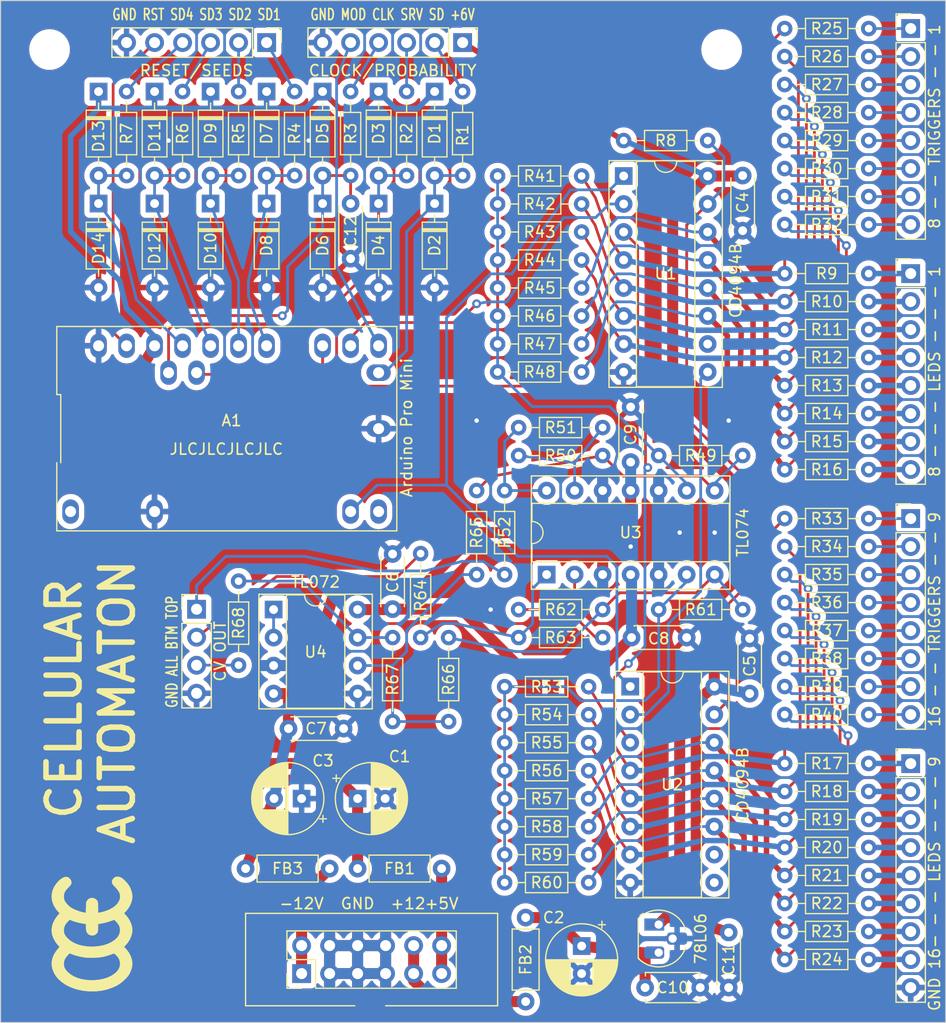
<source format=kicad_pcb>
(kicad_pcb (version 20221018) (generator pcbnew)
  (layers (0 "F.Cu" signal) (31 "B.Cu" signal) (34 "B.Paste" user) (35 "F.Paste" user) (36 "B.SilkS" user "B.Silkscreen") (37 "F.SilkS" user "F.Silkscreen") (38 "B.Mask" user) (39 "F.Mask" user) (44 "Edge.Cuts" user))
  (net 0 "")
  (net 1 "+5V")
  (net 2 "GND")
  (net 3 "+12V")
  (net 4 "-12V")
  (net 5 "+6V")
  (net 6 "Net-(A1-A5)")
  (net 7 "Net-(A1-A4)")
  (net 8 "Net-(A1-A0)")
  (net 9 "Net-(A1-A1)")
  (net 10 "Net-(A1-A2)")
  (net 11 "Net-(A1-A3)")
  (net 12 "Net-(J16-Pin_11)")
  (net 13 "Net-(J16-Pin_10)")
  (net 14 "Net-(J16-Pin_1)")
  (net 15 "/SDPRB")
  (net 16 "/SRVPRB")
  (net 17 "/CLK{slash}CV")
  (net 18 "/CLKMODE")
  (net 19 "/SD1")
  (net 20 "/SD2")
  (net 21 "/SD3")
  (net 22 "/SD4")
  (net 23 "/RST")
  (net 24 "/L1")
  (net 25 "/L2")
  (net 26 "/L3")
  (net 27 "/L4")
  (net 28 "/L5")
  (net 29 "/L6")
  (net 30 "/L7")
  (net 31 "/L8")
  (net 32 "/L9")
  (net 33 "/L10")
  (net 34 "/L11")
  (net 35 "/L12")
  (net 36 "/L13")
  (net 37 "/L14")
  (net 38 "/L15")
  (net 39 "/L16")
  (net 40 "/CV_TOP")
  (net 41 "/CV_BTM")
  (net 42 "/CV_ALL")
  (net 43 "/T1")
  (net 44 "/T2")
  (net 45 "/T3")
  (net 46 "/T4")
  (net 47 "/T5")
  (net 48 "/T6")
  (net 49 "/T7")
  (net 50 "/T8")
  (net 51 "/T9")
  (net 52 "/T10")
  (net 53 "/T11")
  (net 54 "/T12")
  (net 55 "/T13")
  (net 56 "/T14")
  (net 57 "/T15")
  (net 58 "/T16")
  (net 59 "/OUT_EN")
  (net 60 "/QA1")
  (net 61 "/QA2")
  (net 62 "/QA3")
  (net 63 "/QA4")
  (net 64 "/QA5")
  (net 65 "/QA6")
  (net 66 "/QA7")
  (net 67 "/QA8")
  (net 68 "/QB1")
  (net 69 "/QB2")
  (net 70 "/QB3")
  (net 71 "/QB4")
  (net 72 "/QB5")
  (net 73 "/QB6")
  (net 74 "/QB7")
  (net 75 "/QB8")
  (net 76 "Net-(U3A--)")
  (net 77 "Net-(R49-Pad2)")
  (net 78 "Net-(U3D--)")
  (net 79 "Net-(R51-Pad2)")
  (net 80 "Net-(U3B--)")
  (net 81 "Net-(R61-Pad2)")
  (net 82 "Net-(U3C--)")
  (net 83 "Net-(R63-Pad2)")
  (net 84 "Net-(U4A--)")
  (net 85 "Net-(R67-Pad2)")
  (net 86 "/STROBE")
  (net 87 "/DATA")
  (net 88 "/CLOCK")
  (net 89 "Net-(U1-Qs)")
  (net 93 "Net-(U4B--)")
  (net 96 "Net-(A1-A7)")
  (footprint "Diode_THT:D_DO-35_SOD27_P7.62mm_Horizontal" (layer "F.Cu") (at 126.365 66.04 -90)
    (fp_text reference "D12")
    (fp_text value "BAT43")
  )
  (footprint "Resistor_THT:R_Axial_DIN0204_L3.6mm_D1.6mm_P7.62mm_Horizontal" (layer "F.Cu") (at 183.515 74.93)
    (fp_text reference "R10")
    (fp_text value "10k")
  )
  (footprint "Resistor_THT:R_Axial_DIN0204_L3.6mm_D1.6mm_P7.62mm_Horizontal" (layer "F.Cu") (at 165.1 68.62 180)
    (fp_text reference "R43")
    (fp_text value "470k")
  )
  (footprint "Resistor_THT:R_Axial_DIN0204_L3.6mm_D1.6mm_P7.62mm_Horizontal" (layer "F.Cu") (at 183.515 107.315)
    (fp_text reference "R38")
    (fp_text value "2k2")
  )
  (footprint "Resistor_THT:R_Axial_DIN0204_L3.6mm_D1.6mm_P7.62mm_Horizontal" (layer "F.Cu") (at 183.515 55.245)
    (fp_text reference "R27")
    (fp_text value "2k2")
  )
  (footprint "Diode_THT:D_DO-35_SOD27_P7.62mm_Horizontal" (layer "F.Cu") (at 121.285 66.04 -90)
    (fp_text reference "D14")
    (fp_text value "BAT43")
  )
  (footprint "Resistor_THT:R_Axial_DIN0204_L3.6mm_D1.6mm_P7.62mm_Horizontal" (layer "F.Cu") (at 165.1 73.7 180)
    (fp_text reference "R45")
    (fp_text value "330k")
  )
  (footprint "Resistor_THT:R_Axial_DIN0204_L3.6mm_D1.6mm_P7.62mm_Horizontal" (layer "F.Cu") (at 167.005 105.41 180)
    (fp_text reference "R63")
    (fp_text value "91k")
  )
  (footprint "Inductor_THT:L_Axial_L5.3mm_D2.2mm_P7.62mm_Horizontal_Vishay_IM-1" (layer "F.Cu") (at 144.78 126.365)
    (fp_text reference "FB1")
    (fp_text value "FB")
  )
  (footprint "Connector_PinHeader_2.54mm:PinHeader_1x08_P2.54mm_Vertical" (layer "F.Cu") (at 194.945 94.615)
    (fp_text reference "J15" hide)
    (fp_text value "TRG9-16")
  )
  (footprint "Resistor_THT:R_Axial_DIN0204_L3.6mm_D1.6mm_P7.62mm_Horizontal" (layer "F.Cu") (at 183.515 129.53)
    (fp_text reference "R22")
    (fp_text value "10k")
  )
  (footprint "CGE_footprints:CGE_logo" (layer "F.Cu") (at 120.6754 132.3086 90)
    (fp_text reference "G***" hide)
    (fp_text value "LOGO" hide)
  )
  (footprint "Package_DIP:DIP-14_W7.62mm_Socket" (layer "F.Cu") (at 161.925 99.695 90)
    (fp_text reference "U3")
    (fp_text value "TL074")
  )
  (footprint "Resistor_THT:R_Axial_DIN0204_L3.6mm_D1.6mm_P7.62mm_Horizontal" (layer "F.Cu") (at 183.515 116.83)
    (fp_text reference "R17")
    (fp_text value "10k")
  )
  (footprint "Resistor_THT:R_Axial_DIN0204_L3.6mm_D1.6mm_P7.62mm_Horizontal" (layer "F.Cu") (at 172.085 102.87)
    (fp_text reference "R61")
    (fp_text value "47k")
  )
  (footprint "Resistor_THT:R_Axial_DIN0204_L3.6mm_D1.6mm_P7.62mm_Horizontal" (layer "F.Cu") (at 183.515 90.17)
    (fp_text reference "R16")
    (fp_text value "10k")
  )
  (footprint "Resistor_THT:R_Axial_DIN0204_L3.6mm_D1.6mm_P7.62mm_Horizontal" (layer "F.Cu") (at 149.225 55.88 -90)
    (fp_text reference "R2")
    (fp_text value "10k")
  )
  (footprint "Resistor_THT:R_Axial_DIN0204_L3.6mm_D1.6mm_P7.62mm_Horizontal" (layer "F.Cu") (at 183.515 97.155)
    (fp_text reference "R34")
    (fp_text value "2k2")
  )
  (footprint "Resistor_THT:R_Axial_DIN0204_L3.6mm_D1.6mm_P7.62mm_Horizontal" (layer "F.Cu") (at 172.085 88.9)
    (fp_text reference "R49")
    (fp_text value "47k")
  )
  (footprint "Capacitor_THT:CP_Radial_D6.3mm_P2.50mm" (layer "F.Cu") (at 165.1 133.39 -90)
    (fp_text reference "C2")
    (fp_text value "10u")
  )
  (footprint "Diode_THT:D_DO-35_SOD27_P7.62mm_Horizontal" (layer "F.Cu") (at 136.525 55.88 -90)
    (fp_text reference "D7")
    (fp_text value "BAT43")
  )
  (footprint "Resistor_THT:R_Axial_DIN0204_L3.6mm_D1.6mm_P7.62mm_Horizontal" (layer "F.Cu") (at 128.905 55.88 -90)
    (fp_text reference "R6")
    (fp_text value "10k")
  )
  (footprint "Resistor_THT:R_Axial_DIN0204_L3.6mm_D1.6mm_P7.62mm_Horizontal" (layer "F.Cu") (at 150.495 105.41 90)
    (fp_text reference "R64")
    (fp_text value "1k")
  )
  (footprint "Resistor_THT:R_Axial_DIN0204_L3.6mm_D1.6mm_P7.62mm_Horizontal" (layer "F.Cu") (at 165.735 120.025 180)
    (fp_text reference "R57")
    (fp_text value "330k")
  )
  (footprint "Resistor_THT:R_Axial_DIN0204_L3.6mm_D1.6mm_P7.62mm_Horizontal" (layer "F.Cu") (at 133.985 55.88 -90)
    (fp_text reference "R5")
    (fp_text value "10k")
  )
  (footprint "Resistor_THT:R_Axial_DIN0204_L3.6mm_D1.6mm_P7.62mm_Horizontal" (layer "F.Cu") (at 183.515 124.45)
    (fp_text reference "R20")
    (fp_text value "10k")
  )
  (footprint "Resistor_THT:R_Axial_DIN0204_L3.6mm_D1.6mm_P7.62mm_Horizontal" (layer "F.Cu") (at 183.515 65.405)
    (fp_text reference "R31")
    (fp_text value "2k2")
  )
  (footprint "Connector_PinHeader_2.54mm:PinHeader_1x06_P2.54mm_Vertical" (layer "F.Cu") (at 154.305 51.435 -90)
    (fp_text reference "J9" hide)
    (fp_text value "PROB/CLOCK")
  )
  (footprint "MountingHole:MountingHole_3.2mm_M3" (layer "F.Cu") (at 116.84 52.07)
    (fp_text reference "REF**" hide)
    (fp_text value "3.2mm")
  )
  (footprint "Resistor_THT:R_Axial_DIN0204_L3.6mm_D1.6mm_P7.62mm_Horizontal" (layer "F.Cu") (at 183.515 112.395)
    (fp_text reference "R40")
    (fp_text value "2k2")
  )
  (footprint "Resistor_THT:R_Axial_DIN0204_L3.6mm_D1.6mm_P7.62mm_Horizontal" (layer "F.Cu") (at 165.1 78.78 180)
    (fp_text reference "R47")
    (fp_text value "150k")
  )
  (footprint "Diode_THT:D_DO-35_SOD27_P7.62mm_Horizontal" (layer "F.Cu") (at 131.445 55.88 -90)
    (fp_text reference "D9")
    (fp_text value "BAT43")
  )
  (footprint "Resistor_THT:R_Axial_DIN0204_L3.6mm_D1.6mm_P7.62mm_Horizontal" (layer "F.Cu") (at 153.035 105.41 -90)
    (fp_text reference "R66")
    (fp_text value "100k")
  )
  (footprint "Diode_THT:D_DO-35_SOD27_P7.62mm_Horizontal" (layer "F.Cu") (at 141.605 66.04 -90)
    (fp_text reference "D6")
    (fp_text value "BAT43")
  )
  (footprint "Diode_THT:D_DO-35_SOD27_P7.62mm_Horizontal" (layer "F.Cu") (at 146.685 66.04 -90)
    (fp_text reference "D4")
    (fp_text value "BAT43")
  )
  (footprint "Connector_PinHeader_2.54mm:PinHeader_1x06_P2.54mm_Vertical" (layer "F.Cu") (at 136.525 51.435 -90)
    (fp_text reference "J10" hide)
    (fp_text value "SEEDS/RST")
  )
  (footprint "Package_DIP:DIP-8_W7.62mm_Socket" (layer "F.Cu") (at 137.16 102.87)
    (fp_text reference "U4")
    (fp_text value "TL072")
  )
  (footprint "Resistor_THT:R_Axial_DIN0204_L3.6mm_D1.6mm_P7.62mm_Horizontal" (layer "F.Cu") (at 183.515 67.945)
    (fp_text reference "R32")
    (fp_text value "2k2")
  )
  (footprint "Resistor_THT:R_Axial_DIN0204_L3.6mm_D1.6mm_P7.62mm_Horizontal" (layer "F.Cu") (at 168.91 60.325)
    (fp_text reference "R8")
    (fp_text value "10k")
  )
  (footprint "Capacitor_THT:C_Disc_D4.3mm_W1.9mm_P5.00mm" (layer "F.Cu") (at 178.435 137.16 90)
    (fp_text reference "C11")
    (fp_text value "100n")
  )
  (footprint "Resistor_THT:R_Axial_DIN0204_L3.6mm_D1.6mm_P7.62mm_Horizontal" (layer "F.Cu") (at 155.575 92.075 -90)
    (fp_text reference "R65")
    (fp_text value "100k")
  )
  (footprint "Resistor_THT:R_Axial_DIN0204_L3.6mm_D1.6mm_P7.62mm_Horizontal" (layer "F.Cu") (at 183.515 50.165)
    (fp_text reference "R25")
    (fp_text value "2k2")
  )
  (footprint "Resistor_THT:R_Axial_DIN0204_L3.6mm_D1.6mm_P7.62mm_Horizontal" (layer "F.Cu") (at 139.065 55.88 -90)
    (fp_text reference "R4")
    (fp_text value "10k")
  )
  (footprint "Resistor_THT:R_Axial_DIN0204_L3.6mm_D1.6mm_P7.62mm_Horizontal" (layer "F.Cu") (at 123.825 55.88 -90)
    (fp_text reference "R7")
    (fp_text value "10k")
  )
  (footprint "Diode_THT:D_DO-35_SOD27_P7.62mm_Horizontal" (layer "F.Cu") (at 136.525 66.04 -90)
    (fp_text reference "D8")
    (fp_text value "BAT43")
  )
  (footprint "Diode_THT:D_DO-35_SOD27_P7.62mm_Horizontal" (layer "F.Cu") (at 146.685 55.88 -90)
    (fp_text reference "D3")
    (fp_text value "BAT43")
  )
  (footprint "Resistor_THT:R_Axial_DIN0204_L3.6mm_D1.6mm_P7.62mm_Horizontal" (layer "F.Cu") (at 183.515 126.99)
    (fp_text reference "R21")
    (fp_text value "10k")
  )
  (footprint "Package_DIP:DIP-16_W7.62mm_Socket" (layer "F.Cu") (at 169.505 109.855)
    (fp_text reference "U2")
    (fp_text value "CD4094B")
  )
  (footprint "Resistor_THT:R_Axial_DIN0204_L3.6mm_D1.6mm_P7.62mm_Horizontal" (layer "F.Cu") (at 167.005 102.87 180)
    (fp_text reference "R62")
    (fp_text value "100k")
  )
  (footprint "Resistor_THT:R_Axial_DIN0204_L3.6mm_D1.6mm_P7.62mm_Horizontal" (layer "F.Cu") (at 183.515 77.47)
    (fp_text reference "R11")
    (fp_text value "10k")
  )
  (footprint "Resistor_THT:R_Axial_DIN0204_L3.6mm_D1.6mm_P7.62mm_Horizontal" (layer "F.Cu") (at 165.735 112.405 180)
    (fp_text reference "R54")
    (fp_text value "680k")
  )
  (footprint "Resistor_THT:R_Axial_DIN0204_L3.6mm_D1.6mm_P7.62mm_Horizontal" (layer "F.Cu") (at 133.985 100.29 -90)
    (fp_text reference "R68")
    (fp_text value "1k")
  )
  (footprint "Diode_THT:D_DO-35_SOD27_P7.62mm_Horizontal" (layer "F.Cu") (at 141.605 55.88 -90)
    (fp_text reference "D5")
    (fp_text value "BAT43")
  )
  (footprint "Resistor_THT:R_Axial_DIN0204_L3.6mm_D1.6mm_P7.62mm_Horizontal" (layer "F.Cu") (at 183.515 104.775)
    (fp_text reference "R37")
    (fp_text value "2k2")
  )
  (footprint "Resistor_THT:R_Axial_DIN0204_L3.6mm_D1.6mm_P7.62mm_Horizontal" (layer "F.Cu") (at 183.515 52.705)
    (fp_text reference "R26")
    (fp_text value "2k2")
  )
  (footprint "Resistor_THT:R_Axial_DIN0204_L3.6mm_D1.6mm_P7.62mm_Horizontal" (layer "F.Cu") (at 165.735 125.105 180)
    (fp_text reference "R59")
    (fp_text value "150k")
  )
  (footprint "Capacitor_THT:C_Disc_D4.7mm_W2.5mm_P5.00mm" (layer "F.Cu") (at 175.855 137.16 180)
    (fp_text reference "C10")
    (fp_text value "330n")
  )
  (footprint "Connector_PinHeader_2.54mm:PinHeader_1x04_P2.54mm_Vertical" (layer "F.Cu") (at 130.175 102.84)
    (fp_text reference "J13" hide)
    (fp_text value "CV_OUT")
  )
  (footprint "Resistor_THT:R_Axial_DIN0204_L3.6mm_D1.6mm_P7.62mm_Horizontal" (layer "F.Cu") (at 183.515 102.235)
    (fp_text reference "R36")
    (fp_text value "2k2")
  )
  (footprint "Resistor_THT:R_Axial_DIN0204_L3.6mm_D1.6mm_P7.62mm_Horizontal" (layer "F.Cu") (at 183.515 82.55)
    (fp_text reference "R13")
    (fp_text value "10k")
  )
  (footprint "Capacitor_THT:CP_Radial_D6.3mm_P2.50mm" (layer "F.Cu") (at 139.7 120.015 180)
    (fp_text reference "C3")
    (fp_text value "10u")
  )
  (footprint "Diode_THT:D_DO-35_SOD27_P7.62mm_Horizontal" (layer "F.Cu") (at 151.765 66.04 -90)
    (fp_text reference "D2")
    (fp_text value "BAT43")
  )
  (footprint "Resistor_THT:R_Axial_DIN0204_L3.6mm_D1.6mm_P7.62mm_Horizontal" (layer "F.Cu") (at 167.005 88.9 180)
    (fp_text reference "R50")
    (fp_text value "100k")
  )
  (footprint "Diode_THT:D_DO-35_SOD27_P7.62mm_Horizontal" (layer "F.Cu") (at 126.365 55.88 -90)
    (fp_text reference "D11")
    (fp_text value "BAT43")
  )
  (footprint "Capacitor_THT:C_Disc_D4.3mm_W1.9mm_P5.00mm" (layer "F.Cu") (at 169.625 105.41)
    (fp_text reference "C8")
    (fp_text value "100n")
  )
  (footprint "Resistor_THT:R_Axial_DIN0204_L3.6mm_D1.6mm_P7.62mm_Horizontal" (layer "F.Cu") (at 165.735 117.485 180)
    (fp_text reference "R56")
    (fp_text value "820k")
  )
  (footprint "Resistor_THT:R_Axial_DIN0204_L3.6mm_D1.6mm_P7.62mm_Horizontal" (layer "F.Cu") (at 165.1 66.08 180)
    (fp_text reference "R42")
    (fp_text value "680k")
  )
  (footprint "Resistor_THT:R_Axial_DIN0204_L3.6mm_D1.6mm_P7.62mm_Horizontal" (layer "F.Cu") (at 165.1 71.16 180)
    (fp_text reference "R44")
    (fp_text value "820k")
  )
  (footprint "Resistor_THT:R_Axial_DIN0204_L3.6mm_D1.6mm_P7.62mm_Horizontal" (layer "F.Cu") (at 183.515 109.855)
    (fp_text reference "R39")
    (fp_text value "2k2")
  )
  (footprint "MountingHole:MountingHole_3.2mm_M3" (layer "F.Cu") (at 177.8 52.07)
    (fp_text reference "REF**" hide)
    (fp_text value "3.2mm")
  )
  (footprint "Package_TO_SOT_THT:TO-92_HandSolder" (layer "F.Cu") (at 172.085 131.445 -90)
    (fp_text reference "U5" hide)
    (fp_text value "L78L06_TO92")
  )
  (footprint "Diode_THT:D_DO-35_SOD27_P7.62mm_Horizontal" (layer "F.Cu") (at 131.445 66.04 -90)
    (fp_text reference "D10")
    (fp_text value "BAT43")
  )
  (footprint "Connector_PinHeader_2.54mm:PinHeader_1x09_P2.54mm_Vertical" (layer "F.Cu") (at 194.945 116.84)
    (fp_text reference "J12" hide)
    (fp_text value "ROWS3&4")
  )
  (footprint "Resistor_THT:R_Axial_DIN0204_L3.6mm_D1.6mm_P7.62mm_Horizontal" (layer "F.Cu") (at 165.1 81.32 180)
    (fp_text reference "R48")
    (fp_text value "220k")
  )
  (footprint "Resistor_THT:R_Axial_DIN0204_L3.6mm_D1.6mm_P7.62mm_Horizontal" (layer "F.Cu") (at 165.735 114.945 180)
    (fp_text reference "R55")
    (fp_text value "470k")
  )
  (footprint "Resistor_THT:R_Axial_DIN0204_L3.6mm_D1.6mm_P7.62mm_Horizontal" (layer "F.Cu") (at 144.145 55.88 -90)
    (fp_text reference "R3")
    (fp_text value "10k")
  )
  (footprint "Capacitor_THT:C_Disc_D4.3mm_W1.9mm_P5.00mm" (layer "F.Cu") (at 169.545 89.495 90)
    (fp_text reference "C9")
    (fp_text value "100n")
  )
  (footprint "Resistor_THT:R_Axial_DIN0204_L3.6mm_D1.6mm_P7.62mm_Horizontal" (layer "F.Cu") (at 183.515 121.91)
    (fp_text reference "R19")
    (fp_text value "10k")
  )
  (footprint "Resistor_THT:R_Axial_DIN0204_L3.6mm_D1.6mm_P7.62mm_Horizontal" (layer "F.Cu") (at 183.515 99.695)
    (fp_text reference "R35")
    (fp_text value "2k2")
  )
  (footprint "Capacitor_THT:C_Disc_D4.3mm_W1.9mm_P5.00mm" (layer "F.Cu") (at 138.51 113.665)
    (fp_text reference "C7")
    (fp_text value "100n")
  )
  (footprint "Connector_PinHeader_2.54mm:PinHeader_1x08_P2.54mm_Vertical" (layer "F.Cu") (at 194.945 50.165)
    (fp_text reference "J14" hide)
    (fp_text value "TRG1-8")
  )
  (footprint "Resistor_THT:R_Axial_DIN0204_L3.6mm_D1.6mm_P7.62mm_Horizontal" (layer "F.Cu") (at 165.735 109.865 180)
    (fp_text reference "R53")
    (fp_text value "1M")
  )
  (footprint "Resistor_THT:R_Axial_DIN0204_L3.6mm_D1.6mm_P7.62mm_Horizontal" (layer "F.Cu") (at 165.1 63.54 180)
    (fp_text reference "R41")
    (fp_text value "1M")
  )
  (footprint "Resistor_THT:R_Axial_DIN0204_L3.6mm_D1.6mm_P7.62mm_Horizontal" (layer "F.Cu") (at 183.515 132.07)
    (fp_text reference "R23")
    (fp_text value "10k")
  )
  (footprint "Inductor_THT:L_Axial_L5.3mm_D2.2mm_P7.62mm_Horizontal_Vishay_IM-1" (layer "F.Cu") (at 160.02 130.81 -90)
    (fp_text reference "FB2")
    (fp_text value "FB")
  )
  (footprint "Resistor_THT:R_Axial_DIN0204_L3.6mm_D1.6mm_P7.62mm_Horizontal" (layer "F.Cu") (at 183.515 134.61)
    (fp_text reference "R24")
    (fp_text value "10k")
  )
  (footprint "Resistor_THT:R_Axial_DIN0204_L3.6mm_D1.6mm_P7.62mm_Horizontal" (layer "F.Cu") (at 165.1 76.24 180)
    (fp_text reference "R46")
    (fp_text value "100k")
  )
  (footprint "Capacitor_THT:C_Disc_D4.3mm_W1.9mm_P5.00mm" (layer "F.Cu") (at 144.145 71.04 90)
    (fp_text reference "C12")
    (fp_text value "10n")
  )
  (footprint "Resistor_THT:R_Axial_DIN0204_L3.6mm_D1.6mm_P7.62mm_Horizontal" (layer "F.Cu") (at 165.735 127.635 180)
    (fp_text reference "R60")
    (fp_text value "220k")
  )
  (footprint "Resistor_THT:R_Axial_DIN0204_L3.6mm_D1.6mm_P7.62mm_Horizontal" (layer "F.Cu") (at 183.515 87.63)
    (fp_text reference "R15")
    (fp_text value "10k")
  )
  (footprint "Capacitor_THT:CP_Radial_D6.3mm_P2.50mm" (layer "F.Cu") (at 144.78 120.015)
    (fp_text reference "C1")
    (fp_text value "10u")
  )
  (footprint "Capacitor_THT:C_Disc_D4.3mm_W1.9mm_P5.00mm" (layer "F.Cu") (at 147.955 102.83 90)
    (fp_text reference "C6")
    (fp_text value "100n")
  )
  (footprint "Resistor_THT:R_Axial_DIN0204_L3.6mm_D1.6mm_P7.62mm_Horizontal" (layer "F.Cu") (at 158.115 92.075 -90)
    (fp_text reference "R52")
    (fp_text value "1k")
  )
  (footprint "Package_DIP:DIP-16_W7.62mm_Socket" (layer "F.Cu") (at 168.91 63.54)
    (fp_text reference "U1")
    (fp_text value "CD4094B")
  )
  (footprint "Resistor_THT:R_Axial_DIN0204_L3.6mm_D1.6mm_P7.62mm_Horizontal" (layer "F.Cu") (at 183.515 85.09)
    (fp_text reference "R14")
    (fp_text value "10k")
  )
  (footprint "Resistor_THT:R_Axial_DIN0204_L3.6mm_D1.6mm_P7.62mm_Horizontal" (layer "F.Cu") (at 183.515 119.37)
    (fp_text reference "R18")
    (fp_text value "10k")
  )
  (footprint "Inductor_THT:L_Axial_L5.3mm_D2.2mm_P7.62mm_Horizontal_Vishay_IM-1" (layer "F.Cu") (at 134.62 126.365)
    (fp_text reference "FB3")
    (fp_text value "FB")
  )
  (footprint "Resistor_THT:R_Axial_DIN0204_L3.6mm_D1.6mm_P7.62mm_Horizontal" (layer "F.Cu") (at 183.515 80.01)
    (fp_text reference "R12")
    (fp_text value "10k")
  )
  (footprint "CGE_footprints:Power_2x06" (layer "F.Cu") (at 152.4 133.35 -90)
    (fp_text reference "J16" hide)
    (fp_text value "POWER")
  )
  (footprint "Diode_THT:D_DO-35_SOD27_P7.62mm_Horizontal" (layer "F.Cu") (at 121.285 55.88 -90)
    (fp_text reference "D13")
    (fp_text value "BAT43")
  )
  (footprint "Diode_THT:D_DO-35_SOD27_P7.62mm_Horizontal" (layer "F.Cu") (at 151.765 55.88 -90)
    (fp_text reference "D1")
    (fp_text value "BAT43")
  )
  (footprint "Resistor_THT:R_Axial_DIN0204_L3.6mm_D1.6mm_P7.62mm_Horizontal" (layer "F.Cu") (at 165.735 122.565 180)
    (fp_text reference "R58")
    (fp_text value "100k")
  )
  (footprint "Resistor_THT:R_Axial_DIN0204_L3.6mm_D1.6mm_P7.62mm_Horizontal" (layer "F.Cu") (at 183.515 94.615)
    (fp_text reference "R33")
    (fp_text value "2k2")
  )
  (footprint "CGE_footprints:Arduino_Pro_Mini" (layer "F.Cu") (at 132.715 86.46)
    (fp_text reference "A1")
    (fp_text value "Arduino_Pro_Mini")
  )
  (footprint "Resistor_THT:R_Axial_DIN0204_L3.6mm_D1.6mm_P7.62mm_Horizontal" (layer "F.Cu") (at 154.305 55.88 -90)
    (fp_text reference "R1")
    (fp_text value "10k")
  )
  (footprint "Resistor_THT:R_Axial_DIN0204_L3.6mm_D1.6mm_P7.62mm_Horizontal" (layer "F.Cu") (at 183.515 57.785)
    (fp_text reference "R28")
    (fp_text value "2k2")
  )
  (footprint "Resistor_THT:R_Axial_DIN0204_L3.6mm_D1.6mm_P7.62mm_Horizontal" (layer "F.Cu") (at 183.515 60.325)
    (fp_text reference "R29")
    (fp_text value "2k2")
  )
  (footprint "Resistor_THT:R_Axial_DIN0204_L3.6mm_D1.6mm_P7.62mm_Horizontal" (layer "F.Cu") (at 183.515 72.39)
    (fp_text reference "R9")
    (fp_text value "10k")
  )
  (footprint "Resistor_THT:R_Axial_DIN0204_L3.6mm_D1.6mm_P7.62mm_Horizontal" (layer "F.Cu") (at 183.515 62.865)
    (fp_text reference "R30")
    (fp_text value "2k2")
  )
  (footprint "Capacitor_THT:C_Disc_D4.3mm_W1.9mm_P5.00mm" (layer "F.Cu") (at 179.705 63.5 -90)
    (fp_text reference "C4")
    (fp_text value "100n")
  )
  (footprint "Resistor_THT:R_Axial_DIN0204_L3.6mm_D1.6mm_P7.62mm_Horizontal" (layer "F.Cu") (at 147.955 113.03 90)
    (fp_text reference "R67")
    (fp_text value "43k")
  )
  (footprint "Resistor_THT:R_Axial_DIN0204_L3.6mm_D1.6mm_P7.62mm_Horizontal" (layer "F.Cu") (at 167.005 86.36 180)
    (fp_text reference "R51")
    (fp_text value "91k")
  )
  (footprint "Connector_PinHeader_2.54mm:PinHeader_1x08_P2.54mm_Vertical" (layer "F.Cu") (at 194.945 72.39)
    (fp_text reference "J11" hide)
    (fp_text value "ROWS1&2")
  )
  (footprint "Capacitor_THT:C_Disc_D4.3mm_W1.9mm_P5.00mm" (layer "F.Cu") (at 180.34 110.49 90)
    (fp_text reference "C5")
    (fp_text value "100n")
  )
  (gr_rect (start 112.395 47.625) (end 198.12 140.335) (stroke (width 0.1)) (fill none) (layer "Edge.Cuts"))
  (gr_text "JLCJLCJLCJLC" (at 127.635 88.9) (layer "F.SilkS") (effects (font (size 1 1)) (justify left bottom)))
  (gr_text " CELLULAR\nAUTOMATON" (at 124.7394 124.4346 90) (layer "F.SilkS") (effects (font (size 3 3) (thickness 0.5) bold) (justify left bottom)))
  (segment (start 141.605 55.88) (end 143.129 57.404) (width 0.5) (layer "F.Cu") (net 1))
  (segment (start 123.825 110.49) (end 123.825 83.312) (width 1) (layer "F.Cu") (net 1))
  (segment (start 144.78 120.015) (end 144.78 126.365) (width 1) (layer "F.Cu") (net 1))
  (segment (start 141.605 116.84) (end 130.175 116.84) (width 1) (layer "F.Cu") (net 1))
  (segment (start 143.129 57.404) (end 145.161 57.404) (width 0.5) (layer "F.Cu") (net 1))
  (segment (start 123.825 83.312) (end 126.365 78.94) (width 1) (layer "F.Cu") (net 1))
  (segment (start 130.175 116.84) (end 123.825 110.49) (width 1) (layer "F.Cu") (net 1))
  (segment (start 144.78 120.015) (end 141.605 116.84) (width 1) (layer "F.Cu") (net 1))
  (segment (start 145.161 57.404) (end 146.685 55.88) (width 0.5) (layer "F.Cu") (net 1))
  (segment (start 126.365 57.404) (end 121.285 57.404) (width 0.5) (layer "B.Cu") (net 1))
  (segment (start 118.745 59.944) (end 121.285 57.404) (width 0.5) (layer "B.Cu") (net 1))
  (segment (start 126.365 78.94) (end 126.365 78.105) (width 0.5) (layer "B.Cu") (net 1))
  (segment (start 118.745 68.58) (end 118.745 59.944) (width 0.5) (layer "B.Cu") (net 1))
  (segment (start 140.081 57.404) (end 141.605 55.88) (width 0.5) (layer "B.Cu") (net 1))
  (segment (start 126.365 55.88) (end 126.365 57.404) (width 0.5) (layer "B.Cu") (net 1))
  (segment (start 131.445 55.88) (end 131.445 57.404) (width 0.5) (layer "B.Cu") (net 1))
  (segment (start 123.19 73.025) (end 118.745 68.58) (width 0.5) (layer "B.Cu") (net 1))
  (segment (start 148.209 57.404) (end 146.685 55.88) (width 0.5) (layer "B.Cu") (net 1))
  (segment (start 126.365 78.105) (end 123.825 75.565) (width 0.5) (layer "B.Cu") (net 1))
  (segment (start 123.825 75.565) (end 123.19 73.025) (width 0.5) (layer "B.Cu") (net 1))
  (segment (start 131.445 57.404) (end 126.365 57.404) (width 0.5) (layer "B.Cu") (net 1))
  (segment (start 151.765 55.88) (end 150.241 57.404) (width 0.5) (layer "B.Cu") (net 1))
  (segment (start 136.525 57.404) (end 140.081 57.404) (width 0.5) (layer "B.Cu") (net 1))
  (segment (start 131.445 57.404) (end 136.525 57.404) (width 0.5) (layer "B.Cu") (net 1))
  (segment (start 121.285 57.404) (end 121.285 55.88) (width 0.5) (layer "B.Cu") (net 1))
  (segment (start 150.241 57.404) (end 148.209 57.404) (width 0.5) (layer "B.Cu") (net 1))
  (segment (start 136.525 57.404) (end 136.525 55.88) (width 0.5) (layer "B.Cu") (net 1))
  (segment (start 132.842 62.23) (end 132.842 64.77) (width 0.25) (layer "F.Cu") (net 2))
  (segment (start 156.21 80.01) (end 158.75 80.01) (width 0.25) (layer "F.Cu") (net 2))
  (segment (start 193.04 120.65) (end 190.5 120.65) (width 0.25) (layer "F.Cu") (net 2))
  (segment (start 193.04 118.11) (end 190.5 118.11) (width 0.25) (layer "F.Cu") (net 2))
  (segment (start 193.04 128.27) (end 190.5 128.27) (width 0.25) (layer "F.Cu") (net 2))
  (segment (start 130.0988 62.23) (end 130.0988 64.77) (width 0.25) (layer "F.Cu") (net 2))
  (segment (start 160.655 104.14) (end 158.115 104.14) (width 0.25) (layer "F.Cu") (net 2))
  (segment (start 140.2588 62.23) (end 140.2588 64.77) (width 0.25) (layer "F.Cu") (net 2))
  (segment (start 168.91 104.14) (end 166.37 104.14) (width 0.25) (layer "F.Cu") (net 2))
  (segment (start 142.875 77.47) (end 142.875 80.01) (width 0.25) (layer "F.Cu") (net 2))
  (segment (start 135.1788 62.23) (end 135.1788 64.77) (width 0.25) (layer "F.Cu") (net 2))
  (segment (start 150.4188 62.23) (end 150.4188 64.77) (width 0.25) (layer "F.Cu") (net 2))
  (segment (start 146.685 104.14) (end 149.225 104.14) (width 0.25) (layer "F.Cu") (net 2))
  (segment (start 125.0188 62.23) (end 125.0188 64.77) (width 0.25) (layer "F.Cu") (net 2))
  (segment (start 193.04 123.19) (end 190.5 123.19) (width 0.25) (layer "F.Cu") (net 2))
  (segment (start 156.21 77.47) (end 158.75 77.47) (width 0.25) (layer "F.Cu") (net 2))
  (segment (start 178.435 113.665) (end 175.895 113.665) (width 0.25) (layer "F.Cu") (net 2))
  (segment (start 148.082 62.23) (end 148.082 64.77) (width 0.25) (layer "F.Cu") (net 2))
  (segment (start 137.922 62.23) (end 137.922 64.77) (width 0.25) (layer "F.Cu") (net 2))
  (segment (start 153.162 62.23) (end 153.162 64.77) (width 0.25) (layer "F.Cu") (net 2))
  (segment (start 193.04 125.73) (end 190.5 125.73) (width 0.25) (layer "F.Cu") (net 2))
  (segment (start 127.762 62.23) (end 127.762 64.77) (width 0.25) (layer "F.Cu") (net 2))
  (via (at 169.545 97.155) (size 0.8) (drill 0.4) (layers "F.Cu" "B.Cu") (net 2))
  (via (at 140.335 60.325) (size 0.8) (drill 0.4) (layers "F.Cu" "B.Cu") (net 2))
  (via (at 155.575 85.725) (size 0.8) (drill 0.4) (layers "F.Cu" "B.Cu") (net 2))
  (via (at 127.635 60.325) (size 0.8) (drill 0.4) (layers "F.Cu" "B.Cu") (net 2))
  (via (at 156.845 102.87) (size 0.8) (drill 0.4) (layers "F.Cu" "B.Cu") (net 2))
  (via (at 178.435 85.725) (size 0.8) (drill 0.4) (layers "F.Cu" "B.Cu") (net 2))
  (via (at 177.165 95.885) (size 0.8) (drill 0.4) (layers "F.Cu" "B.Cu") (net 2))
  (via (at 173.99 95.885) (size 0.8) (drill 0.4) (layers "F.Cu" "B.Cu") (net 2))
  (segment (start 192.405 128.27) (end 190.5 128.27) (width 0.25) (layer "B.Cu") (net 2))
  (segment (start 140.335 62.23) (end 140.335 64.77) (width 0.25) (layer "B.Cu") (net 2))
  (segment (start 192.405 133.35) (end 190.5 133.35) (width 0.25) (layer "B.Cu") (net 2))
  (segment (start 192.405 98.425) (end 189.865 98.425) (width 0.25) (layer "B.Cu") (net 2))
  (segment (start 166.6875 116.205) (end 164.7825 116.205) (width 0.25) (layer "B.Cu") (net 2))
  (segment (start 196.215 98.425) (end 193.675 98.425) (width 0.25) (layer "B.Cu") (net 2))
  (segment (start 196.215 95.885) (end 193.675 95.885) (width 0.25) (layer "B.Cu") (net 2))
  (segment (start 184.785 73.66) (end 182.245 73.66) (width 0.25) (layer "B.Cu") (net 2))
  (segment (start 192.405 103.505) (end 189.865 103.505) (width 0.25) (layer "B.Cu") (net 2))
  (segment (start 192.405 78.74) (end 189.865 78.74) (width 0.25) (layer "B.Cu") (net 2))
  (segment (start 192.405 53.975) (end 189.865 53.975) (width 0.25) (layer "B.Cu") (net 2))
  (segment (start 166.6875 113.665) (end 164.7825 113.665) (width 0.25) (layer "B.Cu") (net 2))
  (segment (start 196.215 86.36) (end 193.675 86.36) (width 0.25) (layer "B.Cu") (net 2))
  (segment (start 135.255 62.23) (end 135.255 64.77) (width 0.25) (layer "B.Cu") (net 2))
  (segment (start 150.495 50.165) (end 150.495 52.705) (width 0.25) (layer "B.Cu") (net 2))
  (segment (start 196.215 100.965) (end 193.675 100.965) (width 0.25) (layer "B.Cu") (net 2))
  (segment (start 195.8975 133.35) (end 193.9925 133.35) (width 0.25) (layer "B.Cu") (net 2))
  (segment (start 196.215 53.975) (end 193.675 53.975) (width 0.25) (layer "B.Cu") (net 2))
  (segment (start 184.15 123.19) (end 182.245 123.19) (width 0.25) (layer "B.Cu") (net 2))
  (segment (start 170.4975 113.665) (end 168.5925 113.665) (width 0.25) (layer "B.Cu") (net 2))
  (segment (start 196.215 56.515) (end 193.675 56.515) (width 0.25) (layer "B.Cu") (net 2))
  (segment (start 192.405 86.36) (end 189.865 86.36) (width 0.25) (layer "B.Cu") (net 2))
  (segment (start 156.845 90.805) (end 156.845 93.345) (width 0.25) (layer "B.Cu") (net 2))
  (segment (start 192.405 95.885) (end 189.865 95.885) (width 0.25) (layer "B.Cu") (net 2))
  (segment (start 192.405 120.65) (end 190.5 120.65) (width 0.25) (layer "B.Cu") (net 2))
  (segment (start 192.405 130.81) (end 190.5 130.81) (width 0.25) (layer "B.Cu") (net 2))
  (segment (start 145.415 50.165) (end 145.415 52.1208) (width 0.25) (layer "B.Cu") (net 2))
  (segment (start 130.175 50.165) (end 130.175 52.2224) (width 0.25) (layer "B.Cu") (net 2))
  (segment (start 192.405 111.125) (end 190.5 111.125) (width 0.25) (layer "B.Cu") (net 2))
  (segment (start 150.495 62.23) (end 150.495 64.77) (width 0.25) (layer "B.Cu") (net 2))
  (segment (start 135.255 51.9176) (end 135.0264 52.5018) (width 0.25) (layer "B.Cu") (net 2))
  (segment (start 184.785 78.74) (end 182.245 78.74) (width 0.25) (layer "B.Cu") (net 2))
  (segment (start 192.405 108.585) (end 189.865 108.585) (width 0.25) (layer "B.Cu") (net 2))
  (segment (start 195.8975 135.89) (end 193.9925 135.89) (width 0.25) (layer "B.Cu") (net 2))
  (segment (start 195.8975 120.65) (end 193.9925 120.65) (width 0.25) (layer "B.Cu") (net 2))
  (segment (start 168.4528 88.2904) (end 168.0718 89.8144) (width 0.25) (layer "B.Cu") (net 2))
  (segment (start 196.215 88.9) (end 193.675 88.9) (width 0.25) (layer "B.Cu") (net 2))
  (segment (start 132.715 50.165) (end 132.715 52.705) (width 0.25) (layer "B.Cu") (net 2))
  (segment (start 192.405 81.28) (end 189.865 81.28) (width 0.25) (layer "B.Cu") (net 2))
  (segment (start 196.215 61.595) (end 193.675 61.595) (width 0.25) (layer "B.Cu") (net 2))
  (segment (start 196.215 106.045) (end 193.675 106.045) (width 0.25) (layer "B.Cu") (net 2))
  (segment (start 196.215 64.135) (end 193.675 64.135) (width 0.25) (layer "B.Cu") (net 2))
  (segment (start 195.8975 123.19) (end 193.9925 123.19) (width 0.25) (layer "B.Cu") (net 2))
  (segment (start 192.405 106.045) (end 189.865 106.045) (width 0.25) (layer "B.Cu") (net 2))
  (segment (start 192.405 66.675) (end 189.865 66.675) (width 0.25) (layer "B.Cu") (net 2))
  (segment (start 196.215 81.28) (end 193.675 81.28) (width 0.25) (layer "B.Cu") (net 2))
  (segment (start 196.215 78.74) (end 193.675 78.74) (width 0.25) (layer "B.Cu") (net 2))
  (segment (start 196.215 76.2) (end 193.675 76.2) (width 0.25) (layer "B.Cu") (net 2))
  (segment (start 145.8849 106.6546) (end 143.9799 106.6546) (width 0.25) (layer "B.Cu") (net 2))
  (segment (start 196.215 83.82) (end 193.675 83.82) (width 0.25) (layer "B.Cu") (net 2))
  (segment (start 192.405 83.82) (end 189.865 83.82) (width 0.25) (layer "B.Cu") (net 2))
  (segment (start 192.405 123.19) (end 190.5 123.19) (width 0.25) (layer "B.Cu") (net 2))
  (segment (start 145.415 52.1208) (end 145.2118 52.4764) (width 0.25) (layer "B.Cu") (net 2))
  (segment (start 192.405 56.515) (end 189.865 56.515) (width 0.25) (layer "B.Cu") (net 2))
  (segment (start 192.405 64.135) (end 189.865 64.135) (width 0.25) (layer "B.Cu") (net 2))
  (segment (start 170.434 77.5208) (end 167.894 77.5208) (width 0.25) (layer "B.Cu") (net 2))
  (segment (start 196.215 103.505) (end 193.675 103.505) (width 0.25) (layer "B.Cu") (net 2))
  (segment (start 145.415 62.23) (end 145.415 64.77) (width 0.25) (layer "B.Cu") (net 2))
  (segment (start 195.8975 128.27) (end 193.9925 128.27) (width 0.25) (layer "B.Cu") (net 2))
  (segment (start 135.255 77.7748) (end 135.255 80.3148) (width 0.25) (layer "B.Cu") (net 2))
  (segment (start 196.215 51.435) (end 193.675 51.435) (width 0.25) (layer "B.Cu") (net 2))
  (segment (start 192.405 73.66) (end 189.865 73.66) (width 0.25) (layer "B.Cu") (net 2))
  (segment (start 192.405 59.055) (end 189.865 59.055) (width 0.25) (layer "B.Cu") (net 2))
  (segment (start 184.785 76.2) (end 182.245 76.2) (width 0.25) (layer "B.Cu") (net 2))
  (segment (start 184.15 118.11) (end 182.245 118.11) (width 0.25) (layer "B.Cu") (net 2))
  (segment (start 125.095 62.23) (end 125.095 64.77) (width 0.25) (layer "B.Cu") (net 2))
  (segment (start 195.8975 130.81) (end 193.9925 130.81) (width 0.25) (layer "B.Cu") (net 2))
  (segment (start 130.175 52.2224) (end 129.7686 52.6288) (width 0.25) (layer "B.Cu") (net 2))
  (segment (start 135.255 50.165) (end 135.255 51.9176) (width 0.25) (layer "B.Cu") (net 2))
  (segment (start 132.715 77.7748) (end 132.715 80.3148) (width 0.25) (layer "B.Cu") (net 2))
  (segment (start 192.405 100.965) (end 189.865 100.965) (width 0.25) (layer "B.Cu") (net 2))
  (segment (start 147.955 50.165) (end 147.955 52.705) (width 0.25) (layer "B.Cu") (net 2))
  (segment (start 196.215 111.125) (end 193.675 111.125) (width 0.25) (layer "B.Cu") (net 2))
  (segment (start 192.405 61.595) (end 189.865 61.595) (width 0.25) (layer "B.Cu") (net 2))
  (segment (start 184.15 120.65) (end 182.245 120.65) (width 0.25) (layer "B.Cu") (net 2))
  (segment (start 163.195 90.7796) (end 163.195 93.3196) (width 0.25) (layer "B.Cu") (net 2))
  (segment (start 196.215 73.66) (end 193.675 73.66) (width 0.25) (layer "B.Cu") (net 2))
  (segment (start 177.8 69.85) (end 175.26 69.85) (width 0.25) (layer "B.Cu") (net 2))
  (segment (start 192.405 125.73) (end 190.5 125.73) (width 0.25) (layer "B.Cu") (net 2))
  (segment (start 130.175 62.23) (end 130.175 64.77) (width 0.25) (layer "B.Cu") (net 2))
  (segment (start 192.405 76.2) (end 189.865 76.2) (width 0.25) (layer "B.Cu") (net 2))
  (segment (start 195.8975 118.11) (end 193.9925 118.11) (width 0.25) (layer "B.Cu") (net 2))
  (segment (start 192.405 118.11) (end 190.5 118.11) (width 0.25) (layer "B.Cu") (net 2))
  (segment (start 196.215 59.055) (end 193.675 59.055) (width 0.25) (layer "B.Cu") (net 2))
  (segment (start 195.8975 125.73) (end 193.9925 125.73) (width 0.25) (layer "B.Cu") (net 2))
  (segment (start 196.215 66.675) (end 193.675 66.675) (width 0.25) (layer "B.Cu") (net 2))
  (segment (start 192.405 88.9) (end 189.865 88.9) (width 0.25) (layer "B.Cu") (net 2))
  (segment (start 196.215 108.585) (end 193.675 108.585) (width 0.25) (layer "B.Cu") (net 2))
  (segment (start 192.405 51.435) (end 189.865 51.435) (width 0.25) (layer "B.Cu") (net 2))
  (segment (start 147.915 102.87) (end 144.78 102.87) (width 1) (layer "F.Cu") (net 3))
  (segment (start 162.52 108.0192) (end 167.0158 108.0192) (width 1) (layer "F.Cu") (net 3))
  (segment (start 154.1958 102.83) (end 147.955 102.83) (width 1) (layer "F.Cu") (net 3))
  (segment (start 160.02 130.81) (end 162.52 130.81) (width 1) (layer "F.Cu") (net 3))
  (segment (start 162.52 108.0192) (end 159.385 108.0192) (width 1) (layer "F.Cu") (net 3))
  (segment (start 169.625 99.775) (end 169.545 99.695) (width 1) (layer "F.Cu") (net 3))
  (segment (start 165.1 133.39) (end 170.855 134.025) (width 1) (layer "F.Cu") (net 3))
  (segment (start 159.385 108.0192) (end 154.1958 102.83) (width 1) (layer "F.Cu") (net 3))
  (segment (start 170.855 137.16) (end 170.855 134.025) (width 1) (layer "F.Cu") (net 3))
  (segment (start 170.855 134.025) (end 172.085 133.985) (width 1) (layer "F.Cu") (net 3))
  (segment (start 167.0158 108.0192) (end 169.625 105.41) (width 1) (layer "F.Cu") (net 3))
  (segment (start 162.52 130.81) (end 162.52 108.0192) (width 1) (layer "F.Cu") (net 3))
  (segment (start 147.955 102.83) (end 147.915 102.87) (width 1) (layer "F.Cu") (net 3))
  (segment (start 162.52 130.81) (end 165.1 133.39) (width 1) (layer "F.Cu") (net 3))
  (segment (start 169.625 105.41) (end 169.625 99.775) (width 1) (layer "B.Cu") (net 3))
  (segment (start 138.51 110.49) (end 137.16 110.49) (width 1) (layer "F.Cu") (net 4))
  (segment (start 138.51 110.49) (end 140.335 108.585) (width 1) (layer "F.Cu") (net 4))
  (segment (start 167.64 95.885) (end 169.545 93.98) (width 1) (layer "F.Cu") (net 4))
  (segment (start 142.4686 101.981) (end 143.5608 100.9142) (width 1) (layer "F.Cu") (net 4))
  (segment (start 143.5608 100.9142) (end 150.5458 100.9142) (width 1) (layer "F.Cu") (net 4))
  (segment (start 155.575 95.885) (end 167.64 95.885) (width 1) (layer "F.Cu") (net 4))
  (segment (start 134.62 126.365) (end 137.2 120.015) (width 1) (layer "F.Cu") (net 4))
  (segment (start 150.5458 100.9142) (end 155.575 95.885) (width 1) (layer "F.Cu") (net 4))
  (segment (start 169.545 93.98) (end 169.545 92.075) (width 1) (layer "F.Cu") (net 4))
  (segment (start 138.51 113.665) (end 138.51 110.49) (width 1) (layer "F.Cu") (net 4))
  (segment (start 140.335 108.585) (end 142.4686 101.981) (width 1) (layer "F.Cu") (net 4))
  (segment (start 169.545 92.075) (end 169.545 89.495) (width 1) (layer "B.Cu") (net 4))
  (segment (start 137.2 120.015) (end 138.51 113.665) (width 1) (layer "B.Cu") (net 4))
  (segment (start 177.125 102.1734) (end 179.07 100.2284) (width 1) (layer "F.Cu") (net 5))
  (segment (start 173.99 112.375) (end 177.125 109.855) (width 1) (layer "F.Cu") (net 5))
  (segment (start 176.53 63.54) (end 179.665 63.54) (width 1) (layer "F.Cu") (net 5))
  (segment (start 173.99 130.81) (end 173.99 112.375) (width 1) (layer "F.Cu") (net 5))
  (segment (start 179.665 63.54) (end 179.705 63.5) (width 1) (layer "F.Cu") (net 5))
  (segment (start 173.355 85.725) (end 173.355 66.715) (width 1) (layer "F.Cu") (net 5))
  (segment (start 179.07 91.44) (end 173.355 85.725) (width 1) (layer "F.Cu") (net 5))
  (segment (start 179.07 100.2284) (end 179.07 93.98) (width 1) (layer "F.Cu") (net 5))
  (segment (start 172.085 131.445) (end 172.72 130.81) (width 1) (layer "F.Cu") (net 5))
  (segment (start 168.91 60.325) (end 154.305 51.435) (width 0.5) (layer "F.Cu") (net 5))
  (segment (start 172.72 130.81) (end 173.99 130.81) (width 1) (layer "F.Cu") (net 5))
  (segment (start 179.07 93.98) (end 179.07 91.44) (width 1) (layer "F.Cu") (net 5))
  (segment (start 177.125 109.855) (end 177.125 102.1734) (width 1) (layer "F.Cu") (net 5))
  (segment (start 173.355 66.715) (end 176.53 63.54) (width 1) (layer "F.Cu") (net 5))
  (segment (start 173.99 130.81) (end 178.435 132.16) (width 1) (layer "F.Cu") (net 5))
  (segment (start 176.53 63.54) (end 168.91 60.325) (width 0.5) (layer "B.Cu") (net 5))
  (segment (start 177.125 109.855) (end 180.34 110.49) (width 1) (layer "B.Cu") (net 5))
  (segment (start 128.905 76.2) (end 127.635 77.47) (width 0.25) (layer "F.Cu") (net 6))
  (segment (start 137.922 76.2) (end 128.905 76.2) (width 0.25) (layer "F.Cu") (net 6))
  (segment (start 137.9474 76.2254) (end 137.922 76.2) (width 0.25) (layer "F.Cu") (net 6))
  (segment (start 144.145 63.5) (end 144.145 66.04) (width 0.25) (layer "F.Cu") (net 6))
  (segment (start 141.605 63.5) (end 144.145 63.5) (width 0.25) (layer "F.Cu") (net 6))
  (segment (start 127.635 77.47) (end 127.635 81.38) (width 0.25) (layer "F.Cu") (net 6))
  (via (at 137.9474 76.2254) (size 0.8) (drill 0.4) (layers "F.Cu" "B.Cu") (net 6))
  (segment (start 138.43 74.0156) (end 138.43 71.755) (width 0.25) (layer "B.Cu") (net 6))
  (segment (start 141.605 66.04) (end 141.605 63.5) (width 0.25) (layer "B.Cu") (net 6))
  (segment (start 141.605 68.58) (end 141.605 66.04) (width 0.25) (layer "B.Cu") (net 6))
  (segment (start 138.43 75.7428) (end 138.43 74.0156) (width 0.25) (layer "B.Cu") (net 6))
  (segment (start 138.43 71.755) (end 141.605 68.58) (width 0.25) (layer "B.Cu") (net 6))
  (segment (start 137.9474 76.2254) (end 138.43 75.7428) (width 0.25) (layer "B.Cu") (net 6))
  (segment (start 137.683002 80.279002) (end 136.428005 81.534) (width 0.25) (layer "F.Cu") (net 7))
  (segment (start 130.329 81.534) (end 130.175 81.38) (width 0.25) (layer "F.Cu") (net 7))
  (segment (start 146.685 66.04) (end 146.685 71.277005) (width 0.25) (layer "F.Cu") (net 7))
  (segment (start 136.428005 81.534) (end 130.329 81.534) (width 0.25) (layer "F.Cu") (net 7))
  (segment (start 146.685 71.277005) (end 137.683002 80.279002) (width 0.25) (layer "F.Cu") (net 7))
  (segment (start 146.685 66.04) (end 146.685 63.5) (width 0.25) (layer "B.Cu") (net 7))
  (segment (start 146.685 63.5) (end 149.225 63.5) (width 0.25) (layer "B.Cu") (net 7))
  (segment (start 136.525 66.04) (end 134.874 73.025) (width 0.25) (layer "B.Cu") (net 8))
  (segment (start 134.874 73.025) (end 134.874 74.4474) (width 0.25) (layer "B.Cu") (net 8))
  (segment (start 136.525 66.04) (end 136.525 63.5) (width 0.25) (layer "B.Cu") (net 8))
  (segment (start 134.874 74.4474) (end 136.525 78.94) (width 0.25) (layer "B.Cu") (net 8))
  (segment (start 139.065 63.5) (end 136.525 63.5) (width 0.25) (layer "B.Cu") (net 8))
  (segment (start 133.985 73.025) (end 133.985 78.94) (width 0.25) (layer "B.Cu") (net 9))
  (segment (start 131.445 66.04) (end 133.985 73.025) (width 0.25) (layer "B.Cu") (net 9))
  (segment (start 131.445 63.5) (end 133.985 63.5) (width 0.25) (layer "B.Cu") (net 9))
  (segment (start 131.445 66.04) (end 131.445 63.5) (width 0.25) (layer "B.Cu") (net 9))
  (segment (start 126.365 63.5) (end 128.905 63.5) (width 0.25) (layer "B.Cu") (net 10))
  (segment (start 126.365 66.04) (end 131.445 78.94) (width 0.25) (layer "B.Cu") (net 10))
  (segment (start 126.365 66.04) (end 126.365 63.5) (width 0.25) (layer "B.Cu") (net 10))
  (segment (start 121.285 63.5) (end 123.825 63.5) (width 0.25) (layer "B.Cu") (net 11))
  (segment (start 123.19 68.58) (end 124.714 74.749) (width 0.25) (layer "B.Cu") (net 11))
  (segment (start 124.714 74.749) (end 128.905 78.94) (width 0.25) (layer "B.Cu") (net 11))
  (segment (start 121.285 66.04) (end 123.19 68.58) (width 0.25) (layer "B.Cu") (net 11))
  (segment (start 121.285 66.04) (end 121.285 63.5) (width 0.25) (layer "B.Cu") (net 11))
  (segment (start 152.4 133.35) (end 152.4 126.365) (width 1) (layer "F.Cu") (net 12))
  (segment (start 152.4 135.89) (end 152.4 133.35) (width 1) (layer "F.Cu") (net 12))
  (segment (start 151.765 138.43) (end 160.02 138.43) (width 1) (layer "F.Cu") (net 13))
  (segment (start 149.86 133.35) (end 149.86 135.89) (width 1) (layer "F.Cu") (net 13))
  (segment (start 149.86 135.89) (end 149.86 136.525) (width 1) (layer "F.Cu") (net 13))
  (segment (start 149.86 136.525) (end 151.765 138.43) (width 1) (layer "F.Cu") (net 13))
  (segment (start 139.7 133.35) (end 139.7 128.905) (width 1) (layer "F.Cu") (net 14))
  (segment (start 139.7 133.35) (end 139.7 135.89) (width 1) (layer "F.Cu") (net 14))
  (segment (start 139.7 128.905) (end 142.24 126.365) (width 1) (layer "F.Cu") (net 14))
  (segment (start 151.765 51.435) (end 154.305 55.88) (width 0.25) (layer "B.Cu") (net 15))
  (segment (start 149.225 51.435) (end 149.225 55.88) (width 0.25) (layer "B.Cu") (net 16))
  (segment (start 146.685 51.435) (end 144.145 55.88) (width 0.25) (layer "B.Cu") (net 17))
  (segment (start 143.315082 72.584918) (end 146.685 78.94) (width 0.25) (layer "B.Cu") (net 18))
  (segment (start 142.875 71.755) (end 143.315082 72.584918) (width 0.25) (layer "B.Cu") (net 18))
  (segment (start 142.875 54.737) (end 142.875 71.755) (width 0.25) (layer "B.Cu") (net 18))
  (segment (start 144.145 51.435) (end 142.875 54.737) (width 0.25) (layer "B.Cu") (net 18))
  (segment (start 136.525 51.435) (end 139.065 55.88) (width 0.25) (layer "B.Cu") (net 19))
  (segment (start 133.985 51.435) (end 133.985 55.88) (width 0.25) (layer "B.Cu") (net 20))
  (segment (start 131.445 51.435) (end 128.905 55.88) (width 0.25) (layer "B.Cu") (net 21))
  (segment (start 128.905 51.435) (end 127.5334 52.7558) (width 0.25) (layer "B.Cu") (net 22))
  (segment (start 125.0442 54.4576) (end 123.825 55.88) (width 0.25) (layer "B.Cu") (net 22))
  (segment (start 127.5334 52.7558) (end 125.0442 54.4576) (width 0.25) (layer "B.Cu") (net 22))
  (segment (start 122.6058 77.7208) (end 123.825 78.94) (width 0.25) (layer "F.Cu") (net 23))
  (segment (start 122.6058 55.1942) (end 122.6058 77.7208) (width 0.25) (layer "F.Cu") (net 23))
  (segment (start 126.365 51.435) (end 123.3805 54.4195) (width 0.25) (layer "F.Cu") (net 23))
  (segment (start 123.3805 54.4195) (end 122.6058 55.1942) (width 0.25) (layer "F.Cu") (net 23))
  (segment (start 191.135 72.39) (end 194.945 72.39) (width 0.5) (layer "B.Cu") (net 24))
  (segment (start 191.135 74.93) (end 194.945 74.93) (width 0.5) (layer "B.Cu") (net 25))
  (segment (start 191.135 77.47) (end 194.945 77.47) (width 0.5) (layer "B.Cu") (net 26))
  (segment (start 191.135 80.01) (end 194.945 80.01) (width 0.5) (layer "B.Cu") (net 27))
  (segment (start 191.135 82.55) (end 194.945 82.55) (width 0.5) (layer "B.Cu") (net 28))
  (segment (start 191.135 85.09) (end 194.945 85.09) (width 0.5) (layer "B.Cu") (net 29))
  (segment (start 191.135 87.63) (end 194.945 87.63) (width 0.5) (layer "B.Cu") (net 30))
  (segment (start 191.135 90.17) (end 194.945 90.17) (width 0.5) (layer "B.Cu") (net 31))
  (segment (start 191.135 116.83) (end 194.935 116.83) (width 0.5) (layer "B.Cu") (net 32))
  (segment (start 194.935 116.83) (end 194.945 116.84) (width 0.25) (layer "B.Cu") (net 32))
  (segment (start 194.935 119.37) (end 194.945 119.38) (width 0.25) (layer "B.Cu") (net 33))
  (segment (start 191.135 119.37) (end 194.935 119.37) (width 0.5) (layer "B.Cu") (net 33))
  (segment (start 191.135 121.91) (end 194.935 121.91) (width 0.5) (layer "B.Cu") (net 34))
  (segment (start 194.935 121.91) (end 194.945 121.92) (width 0.25) (layer "B.Cu") (net 34))
  (segment (start 194.935 124.45) (end 194.945 124.46) (width 0.25) (layer "B.Cu") (net 35))
  (segment (start 191.135 124.45) (end 194.935 124.45) (width 0.5) (layer "B.Cu") (net 35))
  (segment (start 191.135 126.99) (end 194.935 126.99) (width 0.5) (layer "B.Cu") (net 36))
  (segment (start 194.935 126.99) (end 194.945 127) (width 0.25) (layer "B.Cu") (net 36))
  (segment (start 194.935 129.53) (end 194.945 129.54) (width 0.25) (layer "B.Cu") (net 37))
  (segment (start 191.135 129.53) (end 194.935 129.53) (width 0.5) (layer "B.Cu") (net 37))
  (segment (start 191.135 132.07) (end 194.935 132.07) (width 0.5) (layer "B.Cu") (net 38))
  (segment (start 194.935 132.07) (end 194.945 132.08) (width 0.25) (layer "B.Cu") (net 38))
  (segment (start 194.935 134.61) (end 194.945 134.62) (width 0.25) (layer "B.Cu") (net 39))
  (segment (start 191.135 134.61) (end 194.935 134.61) (width 0.5) (layer "B.Cu") (net 39))
  (segment (start 150.9014 99.3648) (end 146.4564 99.3648) (width 0.25) (layer "B.Cu") (net 40))
  (segment (start 130.175 100.6856) (end 130.175 102.84) (width 0.25) (layer "B.Cu") (net 40))
  (segment (start 132.8166 98.044) (end 130.175 100.6856) (width 0.25) (layer "B.Cu") (net 40))
  (segment (start 146.4564 99.3648) (end 139.954 98.044) (width 0.25) (layer "B.Cu") (net 40))
  (segment (start 154.2288 98.5012) (end 150.9014 99.3648) (width 0.25) (layer "B.Cu") (net 40))
  (segment (start 158.115 99.695) (end 156.1846 98.5012) (width 0.25) (layer "B.Cu") (net 40))
  (segment (start 156.1846 98.5012) (end 154.2288 98.5012) (width 0.25) (layer "B.Cu") (net 40))
  (segment (start 139.954 98.044) (end 132.8166 98.044) (width 0.25) (layer "B.Cu") (net 40))
  (segment (start 150.495 97.79) (end 148.4122 99.8728) (width 0.25) (layer "F.Cu") (net 41))
  (segment (start 137.4394 99.8728) (end 130.175 105.38) (width 0.25) (layer "F.Cu") (net 41))
  (segment (start 148.4122 99.8728) (end 137.4394 99.8728) (width 0.25) (layer "F.Cu") (net 41))
  (segment (start 130.185 107.91) (end 130.175 107.92) (width 0.25) (layer "B.Cu") (net 42))
  (segment (start 133.985 107.91) (end 130.185 107.91) (width 0.25) (layer "B.Cu") (net 42))
  (segment (start 191.135 50.165) (end 194.945 50.165) (width 0.25) (layer "B.Cu") (net 43))
  (segment (start 191.135 52.705) (end 194.945 52.705) (width 0.25) (layer "B.Cu") (net 44))
  (segment (start 191.135 55.245) (end 194.945 55.245) (width 0.25) (layer "B.Cu") (net 45))
  (segment (start 191.135 57.785) (end 194.945 57.785) (width 0.25) (layer "B.Cu") (net 46))
  (segment (start 191.135 60.325) (end 194.945 60.325) (width 0.25) (layer "B.Cu") (net 47))
  (segment (start 191.135 62.865) (end 194.945 62.865) (width 0.25) (layer "B.Cu") (net 48))
  (segment (start 191.135 65.405) (end 194.945 65.405) (width 0.25) (layer "B.Cu") (net 49))
  (segment (start 191.135 67.945) (end 194.945 67.945) (width 0.25) (layer "B.Cu") (net 50))
  (segment (start 191.135 94.615) (end 194.945 94.615) (width 0.25) (layer "B.Cu") (net 51))
  (segment (start 191.135 97.155) (end 194.945 97.155) (width 0.25) (layer "B.Cu") (net 52))
  (segment (start 191.135 99.695) (end 194.945 99.695) (width 0.25) (layer "B.Cu") (net 53))
  (segment (start 191.135 102.235) (end 194.945 102.235) (width 0.25) (layer "B.Cu") (net 54))
  (segment (start 191.135 104.775) (end 194.945 104.775) (width 0.25) (layer "B.Cu") (net 55))
  (segment (start 191.135 107.315) (end 194.945 107.315) (width 0.25) (layer "B.Cu") (net 56))
  (segment (start 191.135 109.855) (end 194.945 109.855) (width 0.25) (layer "B.Cu") (net 57))
  (segment (start 191.135 112.395) (end 194.945 112.395) (width 0.25) (layer "B.Cu") (net 58))
  (segment (start 174.625 85.5472) (end 180.34 91.2622) (width 0.25) (layer "F.Cu") (net 59))
  (segment (start 176.53 66.08) (end 174.625 67.985) (width 0.25) (layer "F.Cu") (net 59))
  (segment (start 178.435 111.085) (end 177.125 112.395) (width 0.25) (layer "F.Cu") (net 59))
  (segment (start 180.34 100.4316) (end 178.435 102.3366) (width 0.25) (layer "F.Cu") (net 59))
  (segment (start 178.435 102.3366) (end 178.435 111.085) (width 0.25) (layer "F.Cu") (net 59))
  (segment (start 180.34 91.2622) (end 180.34 93.98) (width 0.25) (layer "F.Cu") (net 59))
  (segment (start 174.625 67.985) (end 174.625 85.5472) (width 0.25) (layer "F.Cu") (net 59))
  (segment (start 180.34 93.98) (end 180.34 100.4316) (width 0.25) (layer "F.Cu") (net 59))
  (segment (start 178.0032 61.7982) (end 178.0032 64.6068) (width 0.25) (layer "B.Cu") (net 59))
  (segment (start 176.53 60.325) (end 178.0032 61.7982) (width 0.25) (layer "B.Cu") (net 59))
  (segment (start 178.0032 64.6068) (end 176.53 66.08) (width 0.25) (layer "B.Cu") (net 59))
  (segment (start 165.1 63.54) (end 166.3446 65.5066) (width 0.25) (layer "F.Cu") (net 60))
  (segment (start 182.2196 51.4604) (end 183.515 50.165) (width 0.25) (layer "F.Cu") (net 60))
  (segment (start 183.515 72.39) (end 183.515 69.85) (width 0.25) (layer "F.Cu") (net 60))
  (segment (start 167.6908 69.2912) (end 168.91 71.16) (width 0.25) (layer "F.Cu") (net 60))
  (segment (start 182.2196 68.6816) (end 182.2196 51.4604) (width 0.25) (layer "F.Cu") (net 60))
  (segment (start 183.515 69.977) (end 182.2196 68.6816) (width 0.25) (layer "F.Cu") (net 60))
  (segment (start 166.3446 65.5066) (end 167.6908 69.2912) (width 0.25) (layer "F.Cu") (net 60))
  (segment (start 175.26 72.45) (end 177.86 72.45) (width 0.5) (layer "B.Cu") (net 60))
  (segment (start 177.86 72.45) (end 183.515 72.39) (width 0.5) (layer "B.Cu") (net 60))
  (segment (start 168.91 71.16) (end 175.26 72.45) (width 0.5) (layer "B.Cu") (net 60))
  (segment (start 184.7088 53.8988) (end 183.515 52.705) (width 0.25) (layer "F.Cu") (net 61))
  (segment (start 165.1 66.08) (end 166.3192 67.9958) (width 0.25) (layer "F.Cu") (net 61))
  (segment (start 167.6146 71.8058) (end 168.91 73.7) (width 0.25) (layer "F.Cu") (net 61))
  (segment (start 183.515 74.93) (end 184.7596 73.6854) (width 0.25) (layer "F.Cu") (net 61))
  (segment (start 184.7596 53.8988) (end 184.7088 53.8988) (width 0.25) (layer "F.Cu") (net 61))
  (segment (start 184.7596 73.6854) (end 184.7596 53.8988) (width 0.25) (layer "F.Cu") (net 61))
  (segment (start 166.3192 67.9958) (end 167.6146 71.8058) (width 0.25) (layer "F.Cu") (net 61))
  (segment (start 177.86 74.99) (end 183.515 74.93) (width 0.5) (layer "B.Cu") (net 61))
  (segment (start 168.91 73.7) (end 169.585 73.7) (width 0.5) (layer "B.Cu") (net 61))
  (segment (start 175.26 74.99) (end 177.86 74.99) (width 0.5) (layer "B.Cu") (net 61))
  (segment (start 169.585 73.7) (end 175.26 74.99) (width 0.5) (layer "B.Cu") (net 61))
  (segment (start 165.1 68.62) (end 166.4462 70.7644) (width 0.25) (layer "F.Cu") (net 62))
  (segment (start 185.4846 75.5004) (end 183.515 77.47) (width 0.25) (layer "F.Cu") (net 62))
  (segment (start 166.4462 70.7644) (end 167.5638 74.3712) (width 0.25) (layer "F.Cu") (net 62))
  (segment (start 185.4846 56.515) (end 185.4846 75.5004) (width 0.25) (layer "F.Cu") (net 62))
  (segment (start 167.5638 74.3712) (end 168.91 76.24) (width 0.25) (layer "F.Cu") (net 62))
  (via (at 185.4846 56.515) (size 0.8) (drill 0.4) (layers "F.Cu" "B.Cu") (net 62))
  (segment (start 168.91 76.24) (end 169.585 76.24) (width 0.5) (layer "B.Cu") (net 62))
  (segment (start 169.585 76.24) (end 175.26 77.53) (width 0.5) (layer "B.Cu") (net 62))
  (segment (start 175.26 77.53) (end 177.86 77.53) (width 0.5) (layer "B.Cu") (net 62))
  (segment (start 183.515 55.245) (end 184.2146 55.245) (width 0.25) (layer "B.Cu") (net 62))
  (segment (start 177.86 77.53) (end 183.515 77.47) (width 0.5) (layer "B.Cu") (net 62))
  (segment (start 184.2146 55.245) (end 185.4846 56.515) (width 0.25) (layer "B.Cu") (net 62))
  (segment (start 186.2096 59.055) (end 186.2096 77.3154) (width 0.25) (layer "F.Cu") (net 63))
  (segment (start 165.1 71.16) (end 166.3192 72.9234) (width 0.25) (layer "F.Cu") (net 63))
  (segment (start 167.6146 76.9366) (end 168.91 78.78) (width 0.25) (layer "F.Cu") (net 63))
  (segment (start 166.3192 72.9234) (end 167.6146 76.9366) (width 0.25) (layer "F.Cu") (net 63))
  (segment (start 186.2096 77.3154) (end 183.515 80.01) (width 0.25) (layer "F.Cu") (net 63))
  (via (at 186.2096 59.055) (size 0.8) (drill 0.4) (layers "F.Cu" "B.Cu") (net 63))
  (segment (start 185.5746 58.42) (end 186.2096 59.055) (width 0.25) (layer "B.Cu") (net 63))
  (segment (start 175.32 80.07) (end 177.86 80.07) (width 0.5) (layer "B.Cu") (net 63))
  (segment (start 168.91 78.78) (end 175.32 80.07) (width 0.5) (layer "B.Cu") (net 63))
  (segment (start 177.86 80.07) (end 183.515 80.01) (width 0.5) (layer "B.Cu") (net 63))
  (segment (start 184.15 58.42) (end 185.5746 58.42) (width 0.25) (layer "B.Cu") (net 63))
  (segment (start 183.515 57.785) (end 184.15 58.42) (width 0.25) (layer "B.Cu") (net 63))
  (segment (start 186.9346 61.595) (end 186.9346 79.1304) (width 0.25) (layer "F.Cu") (net 64))
  (segment (start 176.53 68.62) (end 181.8132 75.184) (width 0.5) (layer "F.Cu") (net 64))
  (segment (start 186.9346 79.1304) (end 183.515 82.55) (width 0.25) (layer "F.Cu") (net 64))
  (segment (start 181.8132 75.184) (end 181.8132 80.8482) (width 0.5) (layer "F.Cu") (net 64))
  (segment (start 181.8132 80.8482) (end 183.515 82.55) (width 0.5) (layer "F.Cu") (net 64))
  (via (at 186.9346 61.595) (size 0.8) (drill 0.4) (layers "F.Cu" "B.Cu") (net 64))
  (segment (start 168.3512 67.31) (end 169.545 67.31) (width 0.25) (layer "B.Cu") (net 64))
  (segment (start 186.2996 60.96) (end 186.9346 61.595) (width 0.25) (layer "B.Cu") (net 64))
  (segment (start 169.545 67.31) (end 175.26 68.62) (width 0.25) (layer "B.Cu") (net 64))
  (segment (start 183.515 60.325) (end 184.15 60.96) (width 0.25) (layer "B.Cu") (net 64))
  (segment (start 167.386 68.326) (end 168.3512 67.31) (width 0.25) (layer "B.Cu") (net 64))
  (segment (start 165.1 73.7) (end 166.116 72.136) (width 0.25) (layer "B.Cu") (net 64))
  (segment (start 184.15 60.96) (end 186.2996 60.96) (width 0.25) (layer "B.Cu") (net 64))
  (segment (start 166.116 72.136) (end 167.386 68.326) (width 0.25) (layer "B.Cu") (net 64))
  (segment (start 175.26 68.62) (end 176.53 68.62) (width 0.25) (layer "B.Cu") (net 64))
  (segment (start 176.53 71.16) (end 180.6448 76.2) (width 0.5) (layer "F.Cu") (net 65))
  (segment (start 180.6448 81.407) (end 183.515 85.09) (width 0.5) (layer "F.Cu") (net 65))
  (segment (start 187.6596 64.135) (end 187.6596 80.9454) (width 0.25) (layer "F.Cu") (net 65))
  (segment (start 187.6596 80.9454) (end 183.515 85.09) (width 0.25) (layer "F.Cu") (net 65))
  (segment (start 180.6448 76.2) (end 180.6448 81.407) (width 0.5) (layer "F.Cu") (net 65))
  (via (at 187.6596 64.135) (size 0.8) (drill 0.4) (layers "F.Cu" "B.Cu") (net 65))
  (segment (start 187.0246 63.5) (end 184.15 63.5) (width 0.25) (layer "B.Cu") (net 65))
  (segment (start 187.6596 64.135) (end 187.0246 63.5) (width 0.25) (layer "B.Cu") (net 65))
  (segment (start 184.15 63.5) (end 183.515 62.865) (width 0.25) (layer "B.Cu") (net 65))
  (segment (start 175.26 71.16) (end 176.53 71.16) (width 0.25) (layer "B.Cu") (net 65))
  (segment (start 168.2496 69.8754) (end 169.5504 69.8754) (width 0.25) (layer "B.Cu") (net 65))
  (segment (start 169.5504 69.8754) (end 175.26 71.16) (width 0.25) (layer "B.Cu") (net 65))
  (segment (start 167.64 70.612) (end 168.2496 69.8754) (width 0.25) (layer "B.Cu") (net 65))
  (segment (start 166.37 74.422) (end 167.64 70.612) (width 0.25) (layer "B.Cu") (net 65))
  (segment (start 165.1 76.24) (end 166.37 74.422) (width 0.25) (layer "B.Cu") (net 65))
  (segment (start 188.3846 66.675) (end 188.3846 82.7604) (width 0.25) (layer "F.Cu") (net 66))
  (segment (start 188.3846 82.7604) (end 183.515 87.63) (width 0.25) (layer "F.Cu") (net 66))
  (segment (start 179.578 77.47) (end 179.4764 81.915) (width 0.5) (layer "F.Cu") (net 66))
  (segment (start 176.53 73.7) (end 179.578 77.47) (width 0.5) (layer "F.Cu") (net 66))
  (segment (start 179.4764 81.915) (end 183.515 87.63) (width 0.5) (layer "F.Cu") (net 66))
  (via (at 188.3846 66.675) (size 0.8) (drill 0.4) (layers "F.Cu" "B.Cu") (net 66))
  (segment (start 175.26 73.7) (end 176.53 73.7) (width 0.25) (layer "B.Cu") (net 66))
  (segment (start 188.3846 66.675) (end 187.7496 66.04) (width 0.25) (layer "B.Cu") (net 66))
  (segment (start 165.1 78.78) (end 166.37 76.7588) (width 0.25) (layer "B.Cu") (net 66))
  (segment (start 167.64 73.152) (end 168.313609 72.4154) (width 0.25) (layer "B.Cu") (net 66))
  (segment (start 187.7496 66.04) (end 184.15 66.04) (width 0.25) (layer "B.Cu") (net 66))
  (segment (start 184.15 66.04) (end 183.515 65.405) (width 0.25) (layer "B.Cu") (net 66))
  (segment (start 166.37 76.7588) (end 167.64 73.152) (width 0.25) (layer "B.Cu") (net 66))
  (segment (start 168.313609 72.4154) (end 169.5704 72.4154) (width 0.25) (layer "B.Cu") (net 66))
  (segment (start 169.5704 72.4154) (end 175.26 73.7) (width 0.25) (layer "B.Cu") (net 66))
  (segment (start 189.1096 84.5754) (end 183.515 90.17) (width 0.25) (layer "F.Cu") (net 67))
  (segment (start 178.308 82.423) (end 183.515 90.17) (width 0.5) (layer "F.Cu") (net 67))
  (segment (start 178.308 78.018) (end 178.308 82.423) (width 0.5) (layer "F.Cu") (net 67))
  (segment (start 176.53 76.24) (end 178.308 78.018) (width 0.5) (layer "F.Cu") (net 67))
  (segment (start 189.1096 69.85) (end 189.1096 84.5754) (width 0.25) (layer "F.Cu") (net 67))
  (via (at 189.1096 69.85) (size 0.8) (drill 0.4) (layers "F.Cu" "B.Cu") (net 67))
  (segment (start 166.37 79.502) (end 167.005 77.3176) (width 0.25) (layer "B.Cu") (net 67))
  (segment (start 184.15 68.58) (end 187.833 68.58) (width 0.25) (layer "B.Cu") (net 67))
  (segment (start 167.005 77.3176) (end 167.386 75.946) (width 0.25) (layer "B.Cu") (net 67))
  (segment (start 169.5704 74.9554) (end 175.26 76.24) (width 0.25) (layer "B.Cu") (net 67))
  (segment (start 175.26 76.24) (end 176.53 76.24) (width 0.25) (layer "B.Cu") (net 67))
  (segment (start 187.833 68.58) (end 189.103 69.85) (width 0.25) (layer "B.Cu") (net 67))
  (segment (start 183.515 67.945) (end 184.15 68.58) (width 0.25) (layer "B.Cu") (net 67))
  (segment (start 168.2496 74.9554) (end 169.5704 74.9554) (width 0.25) (layer "B.Cu") (net 67))
  (segment (start 167.386 75.946) (end 168.2496 74.9554) (width 0.25) (layer "B.Cu") (net 67))
  (segment (start 165.1 81.32) (end 166.37 79.502) (width 0.25) (layer "B.Cu") (net 67))
  (segment (start 182.1942 112.9792) (end 182.1942 95.9358) (width 0.25) (layer "F.Cu") (net 68))
  (segment (start 183.515 116.83) (end 183.515 114.3) (width 0.25) (layer "F.Cu") (net 68))
  (segment (start 168.148 115.316) (end 169.505 117.475) (width 0.25) (layer "F.Cu") (net 68))
  (segment (start 182.1942 95.9358) (end 183.515 94.615) (width 0.25) (layer "F.Cu") (net 68))
  (segment (start 165.735 109.865) (end 166.878 111.76) (width 0.25) (layer "F.Cu") (net 68))
  (segment (start 166.878 111.76) (end 168.148 115.316) (width 0.25) (layer "F.Cu") (net 68))
  (segment (start 183.515 114.3) (end 182.1942 112.9792) (width 0.25) (layer "F.Cu") (net 68))
  (segment (start 178.3588 116.205) (end 183.515 116.83) (width 0.5) (layer "B.Cu") (net 68))
  (segment (start 175.9966 116.205) (end 178.3588 116.205) (width 0.5) (layer "B.Cu") (net 68))
  (segment (start 169.505 117.475) (end 170.688 117.475) (width 0.5) (layer "B.Cu") (net 68))
  (segment (start 170.688 117.475) (end 175.9966 116.205) (width 0.5) (layer "B.Cu") (net 68))
  (segment (start 165.735 112.405) (end 167.132 114.554) (width 0.25) (layer "F.Cu") (net 69))
  (segment (start 183.515 119.37) (end 184.912 117.973) (width 0.25) (layer "F.Cu") (net 69))
  (segment (start 167.132 114.554) (end 168.148 118.11) (width 0.25) (layer "F.Cu") (net 69))
  (segment (start 184.912 117.973) (end 184.912 98.552) (width 0.25) (layer "F.Cu") (net 69))
  (segment (start 168.148 118.11) (end 169.505 120.015) (width 0.25) (layer "F.Cu") (net 69))
  (segment (start 184.912 98.552) (end 183.515 97.155) (width 0.25) (layer "F.Cu") (net 69))
  (segment (start 170.688 120.015) (end 175.9204 118.745) (width 0.5) (layer "B.Cu") (net 69))
  (segment (start 169.505 120.015) (end 170.688 120.015) (width 0.5) (layer "B.Cu") (net 69))
  (segment (start 178.3588 118.745) (end 183.515 119.37) (width 0.5) (layer "B.Cu") (net 69))
  (segment (start 175.9204 118.745) (end 178.3588 118.745) (width 0.5) (layer "B.Cu") (net 69))
  (segment (start 185.637 100.965) (end 185.637 119.788) (width 0.25) (layer "F.Cu") (net 70))
  (segment (start 185.637 119.788) (end 183.515 121.91) (width 0.25) (layer "F.Cu") (net 70))
  (segment (start 165.735 114.945) (end 166.878 116.84) (width 0.25) (layer "F.Cu") (net 70))
  (segment (start 168.148 120.65) (end 169.505 122.555) (width 0.25) (layer "F.Cu") (net 70))
  (segment (start 166.878 116.84) (end 168.148 120.65) (width 0.25) (layer "F.Cu") (net 70))
  (via (at 185.637 100.965) (size 0.8) (drill 0.4) (layers "F.Cu" "B.Cu") (net 70))
  (segment (start 170.688 122.555) (end 175.9712 121.285) (width 0.5) (layer "B.Cu") (net 70))
  (segment (start 185.002 100.33) (end 185.637 100.965) (width 0.25) (layer "B.Cu") (net 70))
  (segment (start 169.505 122.555) (end 170.688 122.555) (width 0.5) (layer "B.Cu") (net 70))
  (segment (start 178.4096 121.285) (end 183.515 121.91) (width 0.5) (layer "B.Cu") (net 70))
  (segment (start 175.9712 121.285) (end 178.4096 121.285) (width 0.5) (layer "B.Cu") (net 70))
  (segment (start 183.515 99.695) (end 184.15 100.33) (width 0.25) (layer "B.Cu") (net 70))
  (segment (start 184.15 100.33) (end 185.002 100.33) (width 0.25) (layer "B.Cu") (net 70))
  (segment (start 165.735 117.485) (end 167.005 119.634) (width 0.25) (layer "F.Cu") (net 71))
  (segment (start 167.005 119.634) (end 168.148 123.19) (width 0.25) (layer "F.Cu") (net 71))
  (segment (start 186.362 121.603) (end 183.515 124.45) (width 0.25) (layer "F.Cu") (net 71))
  (segment (start 186.362 103.505) (end 186.362 121.603) (width 0.25) (layer "F.Cu") (net 71))
  (segment (start 168.148 123.19) (end 169.505 125.095) (width 0.25) (layer "F.Cu") (net 71))
  (via (at 186.362 103.505) (size 0.8) (drill 0.4) (layers "F.Cu" "B.Cu") (net 71))
  (segment (start 183.515 102.235) (end 184.15 102.87) (width 0.25) (layer "B.Cu") (net 71))
  (segment (start 185.727 102.87) (end 186.362 103.505) (width 0.25) (layer "B.Cu") (net 71))
  (segment (start 184.15 102.87) (end 185.727 102.87) (width 0.25) (layer "B.Cu") (net 71))
  (segment (start 178.2826 123.825) (end 183.515 124.45) (width 0.5) (layer "B.Cu") (net 71))
  (segment (start 170.688 125.095) (end 176.022 123.825) (width 0.5) (layer "B.Cu") (net 71))
  (segment (start 169.505 125.095) (end 170.688 125.095) (width 0.5) (layer "B.Cu") (net 71))
  (segment (start 176.022 123.825) (end 178.2826 123.825) (width 0.5) (layer "B.Cu") (net 71))
  (segment (start 187.087 123.418) (end 183.515 126.99) (width 0.25) (layer "F.Cu") (net 72))
  (segment (start 181.864 125.339) (end 181.864 120.904) (width 0.5) (layer "F.Cu") (net 72))
  (segment (start 181.864 120.904) (end 177.125 114.935) (width 0.5) (layer "F.Cu") (net 72))
  (segment (start 187.087 106.045) (end 187.087 123.418) (width 0.25) (layer "F.Cu") (net 72))
  (segment (start 183.515 126.99) (end 181.864 125.339) (width 0.5) (layer "F.Cu") (net 72))
  (via (at 187.087 106.045) (size 0.8) (drill 0.4) (layers "F.Cu" "B.Cu") (net 72))
  (segment (start 167.64 117.130051) (end 168.565051 116.205) (width 0.25) (layer "B.Cu") (net 72))
  (segment (start 184.15 105.41) (end 183.515 104.775) (width 0.25) (layer "B.Cu") (net 72))
  (segment (start 186.452 105.41) (end 184.15 105.41) (width 0.25) (layer "B.Cu") (net 72))
  (segment (start 170.688 116.205) (end 175.895 114.935) (width 0.25) (layer "B.Cu") (net 72))
  (segment (start 168.565051 116.205) (end 170.688 116.205) (width 0.25) (layer "B.Cu") (net 72))
  (segment (start 165.735 120.025) (end 167.64 117.130051) (width 0.25) (layer "B.Cu") (net 72))
  (segment (start 187.087 106.045) (end 186.452 105.41) (width 0.25) (layer "B.Cu") (net 72))
  (segment (start 175.895 114.935) (end 177.125 114.935) (width 0.25) (layer "B.Cu") (net 72))
  (segment (start 187.812 108.585) (end 187.812 125.233) (width 0.25) (layer "F.Cu") (net 73))
  (segment (start 187.812 125.233) (end 183.515 129.53) (width 0.25) (layer "F.Cu") (net 73))
  (segment (start 177.125 117.475) (end 180.848 122.174) (width 0.5) (layer "F.Cu") (net 73))
  (segment (start 180.848 122.174) (end 180.848 126.238) (width 0.5) (layer "F.Cu") (net 73))
  (segment (start 180.848 126.238) (end 183.515 129.53) (width 0.5) (layer "F.Cu") (net 73))
  (via (at 187.812 108.585) (size 0.8) (drill 0.4) (layers "F.Cu" "B.Cu") (net 73))
  (segment (start 170.688 118.745) (end 175.895 117.475) (width 0.25) (layer "B.Cu") (net 73))
  (segment (start 168.565051 118.745) (end 170.688 118.745) (width 0.25) (layer "B.Cu") (net 73))
  (segment (start 187.177 107.95) (end 187.812 108.585) (width 0.25) (layer "B.Cu") (net 73))
  (segment (start 165.735 122.565) (end 167.64 119.670051) (width 0.25) (layer "B.Cu") (net 73))
  (segment (start 167.64 119.670051) (end 168.565051 118.745) (width 0.25) (layer "B.Cu") (net 73))
  (segment (start 184.15 107.95) (end 187.177 107.95) (width 0.25) (layer "B.Cu") (net 73))
  (segment (start 175.895 117.475) (end 177.125 117.475) (width 0.25) (layer "B.Cu") (net 73))
  (segment (start 183.515 107.315) (end 184.15 107.95) (width 0.25) (layer "B.Cu") (net 73))
  (segment (start 179.832 123.444) (end 179.832 127.254) (width 0.5) (layer "F.Cu") (net 74))
  (segment (start 188.537 111.125) (end 188.537 127.048) (width 0.25) (layer "F.Cu") (net 74))
  (segment (start 177.125 120.015) (end 179.832 123.444) (width 0.5) (layer "F.Cu") (net 74))
  (segment (start 179.832 127.254) (end 183.515 132.07) (width 0.5) (layer "F.Cu") (net 74))
  (segment (start 188.537 127.048) (end 183.515 132.07) (width 0.25) (layer "F.Cu") (net 74))
  (via (at 188.537 111.125) (size 0.8) (drill 0.4) (layers "F.Cu" "B.Cu") (net 74))
  (segment (start 170.688 121.285) (end 175.895 120.015) (width 0.25) (layer "B.Cu") (net 74))
  (segment (start 184.15 110.49) (end 187.902 110.49) (width 0.25) (layer "B.Cu") (net 74))
  (segment (start 175.895 120.015) (end 177.125 120.015) (width 0.25) (layer "B.Cu") (net 74))
  (segment (start 187.902 110.49) (end 188.537 111.125) (width 0.25) (layer "B.Cu") (net 74))
  (segment (start 167.684954 122.174) (end 168.565051 121.285) (width 0.25) (layer "B.Cu") (net 74))
  (segment (start 183.515 109.855) (end 184.15 110.49) (width 0.25) (layer "B.Cu") (net 74))
  (segment (start 168.565051 121.285) (end 170.688 121.285) (width 0.25) (layer "B.Cu") (net 74))
  (segment (start 165.735 125.105) (end 167.684954 122.174) (width 0.25) (layer "B.Cu") (net 74))
  (segment (start 178.816 124.5) (end 178.816 128.016) (width 0.5) (layer "F.Cu") (net 75))
  (segment (start 189.262 128.863) (end 183.515 134.61) (width 0.25) (layer "F.Cu") (net 75))
  (segment (start 178.816 128.016) (end 183.515 134.61) (width 0.5) (layer "F.Cu") (net 75))
  (segment (start 189.262 114.3) (end 189.262 128.863) (width 0.25) (layer "F.Cu") (net 75))
  (segment (start 177.125 122.555) (end 178.816 124.5) (width 0.5) (layer "F.Cu") (net 75))
  (via (at 189.262 114.3) (size 0.8) (drill 0.4) (layers "F.Cu" "B.Cu") (net 75))
  (segment (start 184.15 113.03) (end 187.992 113.03) (width 0.25) (layer "B.Cu") (net 75))
  (segment (start 167.894 124.46) (end 165.735 127.635) (width 0.25) (layer "B.Cu") (net 75))
  (segment (start 183.515 112.395) (end 184.15 113.03) (width 0.25) (layer "B.Cu") (net 75))
  (segment (start 175.895 122.555) (end 170.688 123.825) (width 0.25) (layer "B.Cu") (net 75))
  (segment (start 177.125 122.555) (end 175.895 122.555) (width 0.25) (layer "B.Cu") (net 75))
  (segment (start 168.626751 123.825) (end 167.894 124.46) (width 0.25) (layer "B.Cu") (net 75))
  (segment (start 170.688 123.825) (end 168.626751 123.825) (width 0.25) (layer "B.Cu") (net 75))
  (segment (start 187.992 113.03) (end 189.262 114.3) (width 0.25) (layer "B.Cu") (net 75))
  (segment (start 164.465 102.87) (end 159.385 102.87) (width 0.25) (layer "F.Cu") (net 76))
  (segment (start 164.465 102.87) (end 164.465 103.505) (width 0.25) (layer "F.Cu") (net 76))
  (segment (start 164.465 99.695) (end 164.465 102.87) (width 0.25) (layer "F.Cu") (net 76))
  (segment (start 164.465 103.505) (end 166.37 105.41) (width 0.25) (layer "F.Cu") (net 76))
  (segment (start 166.37 105.41) (end 167.005 105.41) (width 0.25) (layer "F.Cu") (net 76))
  (segment (start 156.845 90.805) (end 155.575 92.075) (width 0.25) (layer "F.Cu") (net 77))
  (segment (start 175.8442 90.7542) (end 177.165 92.075) (width 0.25) (layer "F.Cu") (net 77))
  (segment (start 167.005 88.9) (end 156.845 90.805) (width 0.25) (layer "F.Cu") (net 77))
  (segment (start 167.9829 89.8779) (end 168.8592 90.7542) (width 0.25) (layer "F.Cu") (net 77))
  (segment (start 168.8592 90.7542) (end 175.8442 90.7542) (width 0.25) (layer "F.Cu") (net 77))
  (segment (start 167.005 88.9) (end 167.9829 89.8779) (width 0.25) (layer "F.Cu") (net 77))
  (segment (start 177.165 91.44) (end 177.165 92.075) (width 0.25) (layer "B.Cu") (net 77))
  (segment (start 179.705 88.9) (end 177.165 91.44) (width 0.25) (layer "B.Cu") (net 77))
  (segment (start 159.385 88.9) (end 164.465 89.535) (width 0.25) (layer "B.Cu") (net 78))
  (segment (start 164.465 90.17) (end 164.465 92.075) (width 0.25) (layer "B.Cu") (net 78))
  (segment (start 164.465 89.535) (end 167.005 86.36) (width 0.25) (layer "B.Cu") (net 78))
  (segment (start 164.465 90.17) (end 164.465 89.535) (width 0.25) (layer "B.Cu") (net 78))
  (segment (start 158.115 92.075) (end 158.115 87.63) (width 0.25) (layer "B.Cu") (net 79))
  (segment (start 158.115 87.63) (end 159.385 86.36) (width 0.25) (layer "B.Cu") (net 79))
  (segment (start 158.115 92.075) (end 161.925 92.075) (width 0.25) (layer "B.Cu") (net 79))
  (segment (start 172.085 102.87) (end 172.085 109.9058) (width 0.25) (layer "B.Cu") (net 80))
  (segment (start 158.115 109.865) (end 158.115 127.635) (width 0.25) (layer "B.Cu") (net 80))
  (segment (start 163.713 109.865) (end 158.115 109.865) (width 0.25) (layer "B.Cu") (net 80))
  (segment (start 172.085 102.87) (end 174.625 100.33) (width 0.25) (layer "B.Cu") (net 80))
  (segment (start 174.625 100.33) (end 174.625 99.695) (width 0.25) (layer "B.Cu") (net 80))
  (segment (start 170.8658 111.125) (end 164.973 111.125) (width 0.25) (layer "B.Cu") (net 80))
  (segment (start 164.973 111.125) (end 163.713 109.865) (width 0.25) (layer "B.Cu") (net 80))
  (segment (start 172.085 109.9058) (end 170.8658 111.125) (width 0.25) (layer "B.Cu") (net 80))
  (segment (start 177.165 99.695) (end 175.514 101.346) (width 0.25) (layer "F.Cu") (net 81))
  (segment (start 175.514 101.346) (end 168.529 101.346) (width 0.25) (layer "F.Cu") (net 81))
  (segment (start 168.529 101.346) (end 167.005 102.87) (width 0.25) (layer "F.Cu") (net 81))
  (segment (start 163.195 106.68) (end 167.005 102.87) (width 0.25) (layer "B.Cu") (net 81))
  (segment (start 177.165 99.695) (end 179.705 102.87) (width 0.25) (layer "B.Cu") (net 81))
  (segment (start 159.1056 106.68) (end 163.195 106.68) (width 0.25) (layer "B.Cu") (net 81))
  (segment (start 153.035 105.41) (end 159.1056 106.68) (width 0.25) (layer "B.Cu") (net 81))
  (segment (start 157.48 71.12) (end 157.48 73.66) (width 0.25) (layer "F.Cu") (net 82))
  (segment (start 157.48 73.66) (end 157.48 76.2) (width 0.25) (layer "F.Cu") (net 82))
  (segment (start 174.625 91.44) (end 174.625 92.075) (width 0.25) (layer "B.Cu") (net 82))
  (segment (start 160.615 84.455) (end 167.64 84.455) (width 0.25) (layer "B.Cu") (net 82))
  (segment (start 167.64 84.455) (end 172.085 88.9) (width 0.25) (layer "B.Cu") (net 82))
  (segment (start 157.48 81.32) (end 160.615 84.455) (width 0.25) (layer "B.Cu") (net 82))
  (segment (start 157.48 63.54) (end 157.48 71.12) (width 0.25) (layer "B.Cu") (net 82))
  (segment (start 157.48 76.2) (end 157.48 81.32) (width 0.25) (layer "B.Cu") (net 82))
  (segment (start 172.085 88.9) (end 174.625 91.44) (width 0.25) (layer "B.Cu") (net 82))
  (segment (start 152.4254 104.14) (end 153.67 104.14) (width 0.25) (layer "B.Cu") (net 83))
  (segment (start 159.385 105.41) (end 160.655 104.14) (width 0.25) (layer "B.Cu") (net 83))
  (segment (start 153.67 104.14) (end 159.385 105.41) (width 0.25) (layer "B.Cu") (net 83))
  (segment (start 160.655 104.14) (end 160.655 100.965) (width 0.25) (layer "B.Cu") (net 83))
  (segment (start 160.655 100.965) (end 161.925 99.695) (width 0.25) (layer "B.Cu") (net 83))
  (segment (start 150.495 105.41) (end 152.4254 104.14) (width 0.25) (layer "B.Cu") (net 83))
  (segment (start 137.16 102.87) (end 137.16 105.41) (width 0.25) (layer "B.Cu") (net 84))
  (segment (start 139.7 100.29) (end 133.985 100.29) (width 0.25) (layer "B.Cu") (net 85))
  (segment (start 147.915 105.41) (end 144.78 105.41) (width 0.25) (layer "B.Cu") (net 85))
  (segment (start 144.78 105.37) (end 139.7 100.29) (width 0.25) (layer "B.Cu") (net 85))
  (segment (start 147.955 105.41) (end 147.915 105.37) (width 0.25) (layer "B.Cu") (net 85))
  (segment (start 158.7754 72.4154) (end 156.8196 72.4154) (width 0.25) (layer "B.Cu") (net 86))
  (segment (start 159.3088 98.044) (end 167.386001 98.044) (width 0.25) (layer "B.Cu") (net 86))
  (segment (start 167.6546 64.7954) (end 164.084 64.7954) (width 0.25) (layer "B.Cu") (net 86))
  (segment (start 146.5453 91.5797) (end 144.145 93.98) (width 0.25) (layer "B.Cu") (net 86))
  (segment (start 152.0571 91.5797) (end 146.5453 91.5797) (width 0.25) (layer "B.Cu") (net 86))
  (segment (start 152.8445 91.5797) (end 152.0571 91.5797) (width 0.25) (layer "B.Cu") (net 86))
  (segment (start 168.3004 98.958399) (end 168.3004 108.6504) (width 0.25) (layer "B.Cu") (net 86))
  (segment (start 152.8445 76.3905) (end 152.8445 91.5797) (width 0.25) (layer "B.Cu") (net 86))
  (segment (start 152.8445 91.5797) (end 159.3088 98.044) (width 0.25) (layer "B.Cu") (net 86))
  (segment (start 168.91 63.54) (end 167.6546 64.7954) (width 0.25) (layer "B.Cu") (net 86))
  (segment (start 167.386001 98.044) (end 168.3004 98.958399) (width 0.25) (layer "B.Cu") (net 86))
  (segment (start 164.084 64.7954) (end 158.7754 72.4154) (width 0.25) (layer "B.Cu") (net 86))
  (segment (start 168.3004 108.6504) (end 169.505 109.855) (width 0.25) (layer "B.Cu") (net 86))
  (segment (start 156.8196 72.4154) (end 152.8445 76.3905) (width 0.25) (layer "B.Cu") (net 86))
  (segment (start 144.145 78.205) (end 144.145 78.94) (width 0.25) (layer "F.Cu") (net 87))
  (segment (start 155.575 75.1332) (end 153.8732 76.835) (width 0.25) (layer "F.Cu") (net 87))
  (segment (start 153.8732 76.835) (end 145.515 76.835) (width 0.25) (layer "F.Cu") (net 87))
  (segment (start 145.515 76.835) (end 144.145 78.205) (width 0.25) (layer "F.Cu") (net 87))
  (via (at 155.575 75.1332) (size 0.8) (drill 0.4) (layers "F.Cu" "B.Cu") (net 87))
  (segment (start 158.3182 74.9554) (end 163.449 67.31) (width 0.25) (layer "B.Cu") (net 87))
  (segment (start 163.449 67.31) (end 166.37 67.31) (width 0.25) (layer "B.Cu") (net 87))
  (segment (start 156.6164 74.9554) (end 158.3182 74.9554) (width 0.25) (layer "B.Cu") (net 87))
  (segment (start 155.575 75.1332) (end 156.6164 74.9554) (width 0.25) (layer "B.Cu") (net 87))
  (segment (start 167.6 66.08) (end 168.91 66.08) (width 0.25) (layer "B.Cu") (net 87))
  (segment (start 166.37 67.31) (end 167.6 66.08) (width 0.25) (layer "B.Cu") (net 87))
  (segment (start 169.3418 107.7722) (end 169.3378 107.7722) (width 0.25) (layer "F.Cu") (net 88))
  (segment (start 143.5608 82.6008) (end 169.3672 82.6008) (width 0.25) (layer "F.Cu") (net 88))
  (segment (start 169.3378 107.7722) (end 168.0972 109.0168) (width 0.25) (layer "F.Cu") (net 88))
  (segment (start 168.0972 109.0168) (end 168.0972 112.9284) (width 0.25) (layer "F.Cu") (net 88))
  (segment (start 170.18 82.6008) (end 170.8912 83.312) (width 0.25) (layer "F.Cu") (net 88))
  (segment (start 170.8912 83.312) (end 170.8912 89.789) (width 0.25) (layer "F.Cu") (net 88))
  (segment (start 141.605 78.94) (end 141.605 80.645) (width 0.25) (layer "F.Cu") (net 88))
  (segment (start 170.8912 89.789) (end 171.0944 89.9922) (width 0.25) (layer "F.Cu") (net 88))
  (segment (start 141.605 80.645) (end 143.5608 82.6008) (width 0.25) (layer "F.Cu") (net 88))
  (segment (start 170.18 69.89) (end 168.91 68.62) (width 0.25) (layer "F.Cu") (net 88))
  (segment (start 169.3672 82.6008) (end 170.18 82.6008) (width 0.25) (layer "F.Cu") (net 88))
  (segment (start 168.0972 112.9284) (end 169.505 114.935) (width 0.25) (layer "F.Cu") (net 88))
  (segment (start 170.18 82.6008) (end 170.18 69.89) (width 0.25) (layer "F.Cu") (net 88))
  (via (at 171.0944 89.9922) (size 0.8) (drill 0.4) (layers "F.Cu" "B.Cu") (net 88))
  (via (at 169.3418 107.7722) (size 0.8) (drill 0.4) (layers "F.Cu" "B.Cu") (net 88))
  (segment (start 170.8404 106.2736) (end 169.3418 107.7722) (width 0.25) (layer "B.Cu") (net 88))
  (segment (start 170.8404 90.2462) (end 170.8404 106.2736) (width 0.25) (layer "B.Cu") (net 88))
  (segment (start 171.0944 89.9922) (end 170.8404 90.2462) (width 0.25) (layer "B.Cu") (net 88))
  (segment (start 175.895 101.219) (end 172.974 104.14) (width 0.25) (layer "B.Cu") (net 89))
  (segment (start 170.942 112.395) (end 169.505 112.395) (width 0.25) (layer "B.Cu") (net 89))
  (segment (start 175.895 99.7712) (end 175.895 101.219) (width 0.25) (layer "B.Cu") (net 89))
  (segment (start 176.53 81.32) (end 175.895 81.955) (width 0.25) (layer "B.Cu") (net 89))
  (segment (start 172.974 110.363) (end 170.942 112.395) (width 0.25) (layer "B.Cu") (net 89))
  (segment (start 175.895 81.955) (end 175.895 99.7712) (width 0.25) (layer "B.Cu") (net 89))
  (segment (start 172.974 104.14) (end 172.974 110.363) (width 0.25) (layer "B.Cu") (net 89))
  (segment (start 147.955 107.95) (end 144.78 107.95) (width 0.25) (layer "B.Cu") (net 93))
  (segment (start 148.6408 107.2642) (end 149.225 106.68) (width 0.25) (layer "B.Cu") (net 93))
  (segment (start 147.955 107.95) (end 147.955 113.03) (width 0.25) (layer "B.Cu") (net 93))
  (segment (start 147.955 113.03) (end 153.035 113.03) (width 0.25) (layer "B.Cu") (net 93))
  (segment (start 147.955 107.95) (end 148.6408 107.2642) (width 0.25) (layer "B.Cu") (net 93))
  (segment (start 154.305 99.695) (end 149.225 104.775) (width 0.25) (layer "B.Cu") (net 93))
  (segment (start 149.225 104.775) (end 149.225 106.68) (width 0.25) (layer "B.Cu") (net 93))
  (segment (start 155.575 99.695) (end 154.305 99.695) (width 0.25) (layer "B.Cu") (net 93))
  (segment (start 147.22 81.38) (end 146.685 81.38) (width 0.25) (layer "B.Cu") (net 96))
  (segment (start 151.765 63.5) (end 154.305 63.5) (width 0.25) (layer "B.Cu") (net 96))
  (segment (start 151.765 66.04) (end 149.225 68.58) (width 0.25) (layer "B.Cu") (net 96))
  (segment (start 149.225 79.375) (end 147.22 81.38) (width 0.25) (layer "B.Cu") (net 96))
  (segment (start 149.225 68.58) (end 149.225 79.375) (width 0.25) (layer "B.Cu") (net 96))
  (segment (start 151.765 66.04) (end 151.765 63.5) (width 0.25) (layer "B.Cu") (net 96))
  (zone (net 2) (net_name "GND") (layers "F&B.Cu") (connect_pads (clearance 0.5)) (min_thickness 0.25) (fill yes (thermal_gap 0.5) (thermal_bridge_width 0.5))
    (polygon (pts (xy 112.395 47.625) (xy 198.12 47.625) (xy 198.12 140.335) (xy 112.395 140.335)))
  )
)
</source>
